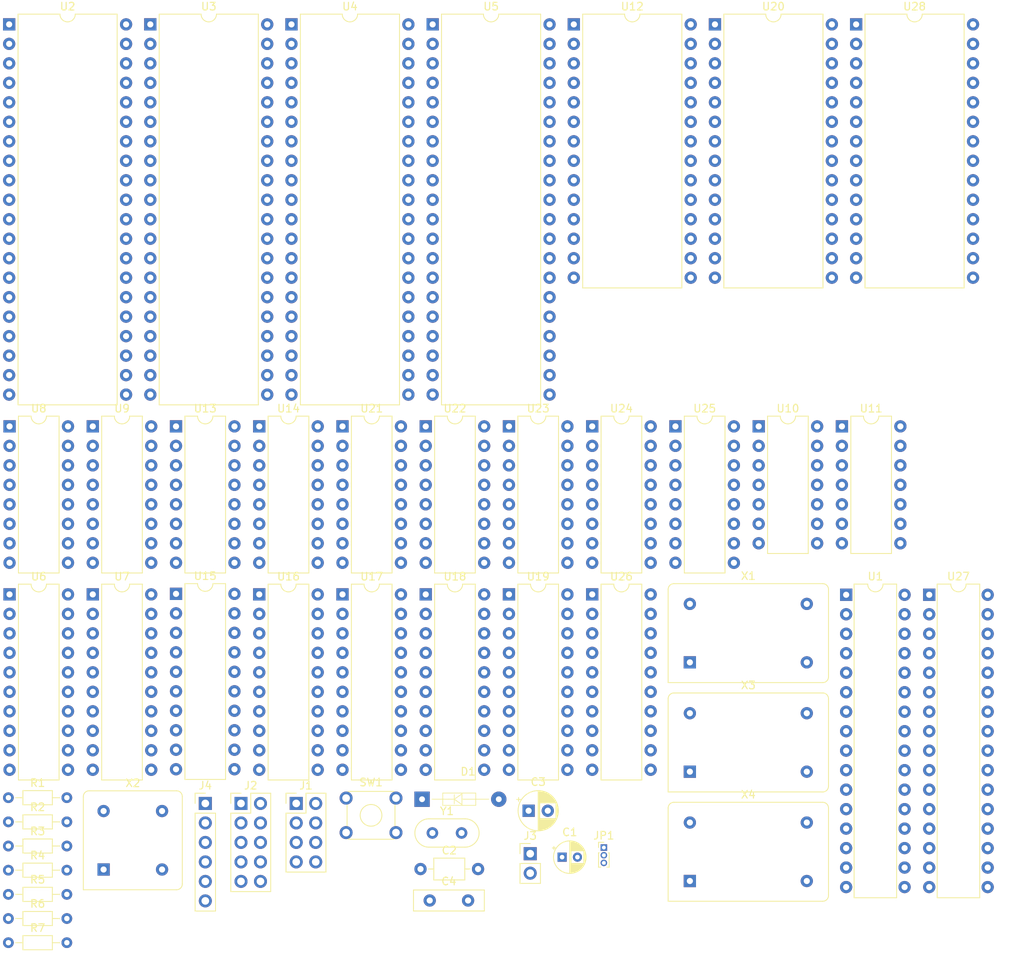
<source format=kicad_pcb>
(kicad_pcb (version 20240108) (generator "pcbnew") (generator_version "8.0")
  (layers (0 "F.Cu" signal) (31 "B.Cu" signal) (34 "B.Paste" user) (35 "F.Paste" user) (36 "B.SilkS" user "B.Silkscreen") (37 "F.SilkS" user "F.Silkscreen") (38 "B.Mask" user) (39 "F.Mask" user) (44 "Edge.Cuts" user))
  (net 0 "")
  (net 1 "GND")
  (net 2 "Net-(SW1-A)")
  (net 3 "Net-(U28-XTAL1)")
  (net 4 "Net-(J3-Pin_1)")
  (net 6 "Net-(U13-OUT)")
  (net 7 "CLOCK")
  (net 9 "Net-(J2-Pin_3)")
  (net 11 "Net-(J2-Pin_5)")
  (net 12 "Net-(J2-Pin_1)")
  (net 13 "Net-(C4-Pad1)")
  (net 14 "Net-(U8-SRCLK)")
  (net 17 "PS2_CLOCK")
  (net 20 "PS2_DATA")
  (net 21 "Net-(JP1-A)")
  (net 22 "Net-(JP1-B)")
  (net 23 "+5V")
  (net 24 "~{IRQ}")
  (net 26 "~{NMI}")
  (net 27 "Net-(U2-BE)")
  (net 28 "~{RAM_CS}")
  (net 30 "/A6")
  (net 31 "/A9")
  (net 32 "~{CPU_ALLOW}")
  (net 33 "/A11")
  (net 34 "~{RAM_OE}")
  (net 35 "~{OE_DATA}")
  (net 36 "/A5")
  (net 38 "/A8")
  (net 39 "/A12")
  (net 41 "/A13")
  (net 42 "/A7")
  (net 43 "/A2")
  (net 44 "~{WE_VRAM}")
  (net 47 "R{slash}~{W}")
  (net 48 "~{OE_VGA}")
  (net 50 "/A3")
  (net 54 "~{VRAM_OE}")
  (net 56 "/A0")
  (net 59 "/A10")
  (net 60 "/A1")
  (net 66 "/A4")
  (net 70 "/A14")
  (net 72 "/D3")
  (net 74 "/D4")
  (net 75 "/D0")
  (net 76 "/A15")
  (net 77 "~{RESET}")
  (net 79 "~{IO_CS}")
  (net 81 "/PS2_D6")
  (net 82 "Net-(U13-D5)")
  (net 83 "/PS2_D3")
  (net 84 "Net-(U13-D1)")
  (net 85 "Net-(U13-D0)")
  (net 86 "/PS2_D5")
  (net 87 "Net-(U13-D7)")
  (net 89 "/PS2_D0")
  (net 90 "Net-(U13-D6)")
  (net 91 "Net-(U13-D4)")
  (net 92 "Net-(U13-D3)")
  (net 93 "/PS2_D4")
  (net 94 "Net-(U13-D2)")
  (net 95 "Net-(U13-~{WE})")
  (net 96 "~{EEPROM_CS}")
  (net 97 "Net-(U11-Pad6)")
  (net 98 "/PS2_D2")
  (net 99 "Net-(U11-Pad11)")
  (net 100 "/PS2_D7")
  (net 101 "PS2_INT")
  (net 102 "Net-(U11-Pad10)")
  (net 103 "Net-(U11-Pad4)")
  (net 104 "Net-(U11-Pad2)")
  (net 105 "Net-(U13-CLK)")
  (net 109 "/PS2_D1")
  (net 114 "Net-(U28-XTAL2)")
  (net 167 "/D5")
  (net 169 "/D2")
  (net 171 "/D6")
  (net 172 "/D7")
  (net 173 "/D1")
  (net 178 "Net-(U8-QH')")
  (net 179 "Net-(U10-Pad10)")
  (net 180 "Net-(U10-Pad6)")
  (net 181 "Net-(U10-Pad11)")
  (net 183 "Net-(J2-Pin_9)")
  (net 184 "Net-(J2-Pin_7)")
  (footprint "Package_DIP:DIP-16_W7.62mm" (layer "F.Cu") (at 119.95 74.85)
    (property "Reference" "U25" (at 3.81 -2.33 0) (layer "F.SilkS"))
    (property "Value" "74AHC163")
    (pad "1" thru_hole rect (at 0 0) (size 1.6 1.6) (drill 0.8) (layers "*.Cu" "*.Mask"))
    (pad "2" thru_hole oval (at 0 2.54) (size 1.6 1.6) (drill 0.8) (layers "*.Cu" "*.Mask"))
    (pad "3" thru_hole oval (at 0 5.08) (size 1.6 1.6) (drill 0.8) (layers "*.Cu" "*.Mask"))
    (pad "4" thru_hole oval (at 0 7.62) (size 1.6 1.6) (drill 0.8) (layers "*.Cu" "*.Mask"))
    (pad "5" thru_hole oval (at 0 10.16) (size 1.6 1.6) (drill 0.8) (layers "*.Cu" "*.Mask"))
    (pad "6" thru_hole oval (at 0 12.7) (size 1.6 1.6) (drill 0.8) (layers "*.Cu" "*.Mask"))
    (pad "7" thru_hole oval (at 0 15.24) (size 1.6 1.6) (drill 0.8) (layers "*.Cu" "*.Mask"))
    (pad "8" thru_hole oval (at 0 17.78) (size 1.6 1.6) (drill 0.8) (layers "*.Cu" "*.Mask") (net 1 "GND"))
    (pad "9" thru_hole oval (at 7.62 17.78) (size 1.6 1.6) (drill 0.8) (layers "*.Cu" "*.Mask"))
    (pad "10" thru_hole oval (at 7.62 15.24) (size 1.6 1.6) (drill 0.8) (layers "*.Cu" "*.Mask"))
    (pad "11" thru_hole oval (at 7.62 12.7) (size 1.6 1.6) (drill 0.8) (layers "*.Cu" "*.Mask"))
    (pad "12" thru_hole oval (at 7.62 10.16) (size 1.6 1.6) (drill 0.8) (layers "*.Cu" "*.Mask"))
    (pad "13" thru_hole oval (at 7.62 7.62) (size 1.6 1.6) (drill 0.8) (layers "*.Cu" "*.Mask"))
    (pad "14" thru_hole oval (at 7.62 5.08) (size 1.6 1.6) (drill 0.8) (layers "*.Cu" "*.Mask"))
    (pad "15" thru_hole oval (at 7.62 2.54) (size 1.6 1.6) (drill 0.8) (layers "*.Cu" "*.Mask"))
    (pad "16" thru_hole oval (at 7.62 0) (size 1.6 1.6) (drill 0.8) (layers "*.Cu" "*.Mask") (net 23 "+5V"))
  )
  (footprint "Package_DIP:DIP-32_W7.62mm" (layer "F.Cu") (at 142.2 96.8)
    (property "Reference" "U1" (at 3.81 -2.39 0) (layer "F.SilkS"))
    (property "Value" "W24512AK-15 (System RAM)")
    (pad "1" thru_hole rect (at 0 0) (size 1.6 1.6) (drill 0.8) (layers "*.Cu" "*.Mask"))
    (pad "2" thru_hole oval (at 0 2.54) (size 1.6 1.6) (drill 0.8) (layers "*.Cu" "*.Mask"))
    (pad "3" thru_hole oval (at 0 5.08) (size 1.6 1.6) (drill 0.8) (layers "*.Cu" "*.Mask") (net 70 "/A14"))
    (pad "4" thru_hole oval (at 0 7.62) (size 1.6 1.6) (drill 0.8) (layers "*.Cu" "*.Mask") (net 39 "/A12"))
    (pad "5" thru_hole oval (at 0 10.16) (size 1.6 1.6) (drill 0.8) (layers "*.Cu" "*.Mask") (net 42 "/A7"))
    (pad "6" thru_hole oval (at 0 12.7) (size 1.6 1.6) (drill 0.8) (layers "*.Cu" "*.Mask") (net 30 "/A6"))
    (pad "7" thru_hole oval (at 0 15.24) (size 1.6 1.6) (drill 0.8) (layers "*.Cu" "*.Mask") (net 36 "/A5"))
    (pad "8" thru_hole oval (at 0 17.78) (size 1.6 1.6) (drill 0.8) (layers "*.Cu" "*.Mask") (net 66 "/A4"))
    (pad "9" thru_hole oval (at 0 20.32) (size 1.6 1.6) (drill 0.8) (layers "*.Cu" "*.Mask") (net 50 "/A3"))
    (pad "10" thru_hole oval (at 0 22.86) (size 1.6 1.6) (drill 0.8) (layers "*.Cu" "*.Mask") (net 43 "/A2"))
    (pad "11" thru_hole oval (at 0 25.4) (size 1.6 1.6) (drill 0.8) (layers "*.Cu" "*.Mask") (net 60 "/A1"))
    (pad "12" thru_hole oval (at 0 27.94) (size 1.6 1.6) (drill 0.8) (layers "*.Cu" "*.Mask") (net 56 "/A0"))
    (pad "13" thru_hole oval (at 0 30.48) (size 1.6 1.6) (drill 0.8) (layers "*.Cu" "*.Mask") (net 75 "/D0"))
    (pad "14" thru_hole oval (at 0 33.02) (size 1.6 1.6) (drill 0.8) (layers "*.Cu" "*.Mask") (net 173 "/D1"))
    (pad "15" thru_hole oval (at 0 35.56) (size 1.6 1.6) (drill 0.8) (layers "*.Cu" "*.Mask") (net 169 "/D2"))
    (pad "16" thru_hole oval (at 0 38.1) (size 1.6 1.6) (drill 0.8) (layers "*.Cu" "*.Mask") (net 1 "GND"))
    (pad "17" thru_hole oval (at 7.62 38.1) (size 1.6 1.6) (drill 0.8) (layers "*.Cu" "*.Mask") (net 72 "/D3"))
    (pad "18" thru_hole oval (at 7.62 35.56) (size 1.6 1.6) (drill 0.8) (layers "*.Cu" "*.Mask") (net 74 "/D4"))
    (pad "19" thru_hole oval (at 7.62 33.02) (size 1.6 1.6) (drill 0.8) (layers "*.Cu" "*.Mask") (net 167 "/D5"))
    (pad "20" thru_hole oval (at 7.62 30.48) (size 1.6 1.6) (drill 0.8) (layers "*.Cu" "*.Mask") (net 171 "/D6"))
    (pad "21" thru_hole oval (at 7.62 27.94) (size 1.6 1.6) (drill 0.8) (layers "*.Cu" "*.Mask") (net 172 "/D7"))
    (pad "22" thru_hole oval (at 7.62 25.4) (size 1.6 1.6) (drill 0.8) (layers "*.Cu" "*.Mask") (net 28 "~{RAM_CS}"))
    (pad "23" thru_hole oval (at 7.62 22.86) (size 1.6 1.6) (drill 0.8) (layers "*.Cu" "*.Mask") (net 59 "/A10"))
    (pad "24" thru_hole oval (at 7.62 20.32) (size 1.6 1.6) (drill 0.8) (layers "*.Cu" "*.Mask") (net 34 "~{RAM_OE}"))
    (pad "25" thru_hole oval (at 7.62 17.78) (size 1.6 1.6) (drill 0.8) (layers "*.Cu" "*.Mask") (net 33 "/A11"))
    (pad "26" thru_hole oval (at 7.62 15.24) (size 1.6 1.6) (drill 0.8) (layers "*.Cu" "*.Mask") (net 31 "/A9"))
    (pad "27" thru_hole oval (at 7.62 12.7) (size 1.6 1.6) (drill 0.8) (layers "*.Cu" "*.Mask") (net 38 "/A8"))
    (pad "28" thru_hole oval (at 7.62 10.16) (size 1.6 1.6) (drill 0.8) (layers "*.Cu" "*.Mask") (net 41 "/A13"))
    (pad "29" thru_hole oval (at 7.62 7.62) (size 1.6 1.6) (drill 0.8) (layers "*.Cu" "*.Mask") (net 47 "R{slash}~{W}"))
    (pad "30" thru_hole oval (at 7.62 5.08) (size 1.6 1.6) (drill 0.8) (layers "*.Cu" "*.Mask") (net 23 "+5V"))
    (pad "31" thru_hole oval (at 7.62 2.54) (size 1.6 1.6) (drill 0.8) (layers "*.Cu" "*.Mask") (net 23 "+5V"))
    (pad "32" thru_hole oval (at 7.62 0) (size 1.6 1.6) (drill 0.8) (layers "*.Cu" "*.Mask") (net 23 "+5V"))
  )
  (footprint "Package_DIP:DIP-40_W15.24mm" (layer "F.Cu") (at 51.5 22.45)
    (property "Reference" "U3" (at 7.62 -2.33 0) (layer "F.SilkS"))
    (property "Value" "W65C22SxP")
    (pad "1" thru_hole rect (at 0 0) (size 1.6 1.6) (drill 0.8) (layers "*.Cu" "*.Mask") (net 1 "GND"))
    (pad "2" thru_hole oval (at 0 2.54) (size 1.6 1.6) (drill 0.8) (layers "*.Cu" "*.Mask"))
    (pad "3" thru_hole oval (at 0 5.08) (size 1.6 1.6) (drill 0.8) (layers "*.Cu" "*.Mask"))
    (pad "4" thru_hole oval (at 0 7.62) (size 1.6 1.6) (drill 0.8) (layers "*.Cu" "*.Mask"))
    (pad "5" thru_hole oval (at 0 10.16) (size 1.6 1.6) (drill 0.8) (layers "*.Cu" "*.Mask"))
    (pad "6" thru_hole oval (at 0 12.7) (size 1.6 1.6) (drill 0.8) (layers "*.Cu" "*.Mask"))
    (pad "7" thru_hole oval (at 0 15.24) (size 1.6 1.6) (drill 0.8) (layers "*.Cu" "*.Mask"))
    (pad "8" thru_hole oval (at 0 17.78) (size 1.6 1.6) (drill 0.8) (layers "*.Cu" "*.Mask"))
    (pad "9" thru_hole oval (at 0 20.32) (size 1.6 1.6) (drill 0.8) (layers "*.Cu" "*.Mask"))
    (pad "10" thru_hole oval (at 0 22.86) (size 1.6 1.6) (drill 0.8) (layers "*.Cu" "*.Mask"))
    (pad "11" thru_hole oval (at 0 25.4) (size 1.6 1.6) (drill 0.8) (layers "*.Cu" "*.Mask"))
    (pad "12" thru_hole oval (at 0 27.94) (size 1.6 1.6) (drill 0.8) (layers "*.Cu" "*.Mask"))
    (pad "13" thru_hole oval (at 0 30.48) (size 1.6 1.6) (drill 0.8) (layers "*.Cu" "*.Mask"))
    (pad "14" thru_hole oval (at 0 33.02) (size 1.6 1.6) (drill 0.8) (layers "*.Cu" "*.Mask"))
    (pad "15" thru_hole oval (at 0 35.56) (size 1.6 1.6) (drill 0.8) (layers "*.Cu" "*.Mask"))
    (pad "16" thru_hole oval (at 0 38.1) (size 1.6 1.6) (drill 0.8) (layers "*.Cu" "*.Mask"))
    (pad "17" thru_hole oval (at 0 40.64) (size 1.6 1.6) (drill 0.8) (layers "*.Cu" "*.Mask"))
    (pad "18" thru_hole oval (at 0 43.18) (size 1.6 1.6) (drill 0.8) (layers "*.Cu" "*.Mask"))
    (pad "19" thru_hole oval (at 0 45.72) (size 1.6 1.6) (drill 0.8) (layers "*.Cu" "*.Mask"))
    (pad "20" thru_hole oval (at 0 48.26) (size 1.6 1.6) (drill 0.8) (layers "*.Cu" "*.Mask") (net 23 "+5V"))
    (pad "21" thru_hole oval (at 15.24 48.26) (size 1.6 1.6) (drill 0.8) (layers "*.Cu" "*.Mask") (net 24 "~{IRQ}"))
    (pad "22" thru_hole oval (at 15.24 45.72) (size 1.6 1.6) (drill 0.8) (layers "*.Cu" "*.Mask") (net 47 "R{slash}~{W}"))
    (pad "23" thru_hole oval (at 15.24 43.18) (size 1.6 1.6) (drill 0.8) (layers "*.Cu" "*.Mask") (net 79 "~{IO_CS}"))
    (pad "24" thru_hole oval (at 15.24 40.64) (size 1.6 1.6) (drill 0.8) (layers "*.Cu" "*.Mask") (net 33 "/A11"))
    (pad "25" thru_hole oval (at 15.24 38.1) (size 1.6 1.6) (drill 0.8) (layers "*.Cu" "*.Mask") (net 7 "CLOCK"))
    (pad "26" thru_hole oval (at 15.24 35.56) (size 1.6 1.6) (drill 0.8) (layers "*.Cu" "*.Mask") (net 172 "/D7"))
    (pad "27" thru_hole oval (at 15.24 33.02) (size 1.6 1.6) (drill 0.8) (layers "*.Cu" "*.Mask") (net 171 "/D6"))
    (pad "28" thru_hole oval (at 15.24 30.48) (size 1.6 1.6) (drill 0.8) (layers "*.Cu" "*.Mask") (net 167 "/D5"))
    (pad "29" thru_hole oval (at 15.24 27.94) (size 1.6 1.6) (drill 0.8) (layers "*.Cu" "*.Mask") (net 74 "/D4"))
    (pad "30" thru_hole oval (at 15.24 25.4) (size 1.6 1.6) (drill 0.8) (layers "*.Cu" "*.Mask") (net 72 "/D3"))
    (pad "31" thru_hole oval (at 15.24 22.86) (size 1.6 1.6) (drill 0.8) (layers "*.Cu" "*.Mask") (net 169 "/D2"))
    (pad "32" thru_hole oval (at 15.24 20.32) (size 1.6 1.6) (drill 0.8) (layers "*.Cu" "*.Mask") (net 173 "/D1"))
    (pad "33" thru_hole oval (at 15.24 17.78) (size 1.6 1.6) (drill 0.8) (layers "*.Cu" "*.Mask") (net 75 "/D0"))
    (pad "34" thru_hole oval (at 15.24 15.24) (size 1.6 1.6) (drill 0.8) (layers "*.Cu" "*.Mask") (net 77 "~{RESET}"))
    (pad "35" thru_hole oval (at 15.24 12.7) (size 1.6 1.6) (drill 0.8) (layers "*.Cu" "*.Mask") (net 50 "/A3"))
    (pad "36" thru_hole oval (at 15.24 10.16) (size 1.6 1.6) (drill 0.8) (layers "*.Cu" "*.Mask") (net 43 "/A2"))
    (pad "37" thru_hole oval (at 15.24 7.62) (size 1.6 1.6) (drill 0.8) (layers "*.Cu" "*.Mask") (net 60 "/A1"))
    (pad "38" thru_hole oval (at 15.24 5.08) (size 1.6 1.6) (drill 0.8) (layers "*.Cu" "*.Mask") (net 56 "/A0"))
    (pad "39" thru_hole oval (at 15.24 2.54) (size 1.6 1.6) (drill 0.8) (layers "*.Cu" "*.Mask"))
    (pad "40" thru_hole oval (at 15.24 0) (size 1.6 1.6) (drill 0.8) (layers "*.Cu" "*.Mask"))
  )
  (footprint "Connector_PinHeader_2.54mm:PinHeader_1x02_P2.54mm_Vertical" (layer "F.Cu") (at 101.02 130.55)
    (property "Reference" "J3" (at 0 -2.33 0) (layer "F.SilkS"))
    (property "Value" "Audio out")
    (pad "1" thru_hole rect (at 0 0) (size 1.7 1.7) (drill 1) (layers "*.Cu" "*.Mask") (net 4 "Net-(J3-Pin_1)"))
    (pad "2" thru_hole oval (at 0 2.54) (size 1.7 1.7) (drill 1) (layers "*.Cu" "*.Mask") (net 1 "GND"))
  )
  (footprint "Package_DIP:DIP-14_W7.62mm" (layer "F.Cu") (at 141.65 74.85)
    (property "Reference" "U11" (at 3.81 -2.33 0) (layer "F.SilkS"))
    (property "Value" "74AHC14")
    (pad "1" thru_hole rect (at 0 0) (size 1.6 1.6) (drill 0.8) (layers "*.Cu" "*.Mask") (net 2 "Net-(SW1-A)"))
    (pad "2" thru_hole oval (at 0 2.54) (size 1.6 1.6) (drill 0.8) (layers "*.Cu" "*.Mask") (net 104 "Net-(U11-Pad2)"))
    (pad "3" thru_hole oval (at 0 5.08) (size 1.6 1.6) (drill 0.8) (layers "*.Cu" "*.Mask") (net 104 "Net-(U11-Pad2)"))
    (pad "4" thru_hole oval (at 0 7.62) (size 1.6 1.6) (drill 0.8) (layers "*.Cu" "*.Mask") (net 103 "Net-(U11-Pad4)"))
    (pad "5" thru_hole oval (at 0 10.16) (size 1.6 1.6) (drill 0.8) (layers "*.Cu" "*.Mask") (net 103 "Net-(U11-Pad4)"))
    (pad "6" thru_hole oval (at 0 12.7) (size 1.6 1.6) (drill 0.8) (layers "*.Cu" "*.Mask") (net 97 "Net-(U11-Pad6)"))
    (pad "7" thru_hole oval (at 0 15.24) (size 1.6 1.6) (drill 0.8) (layers "*.Cu" "*.Mask") (net 1 "GND"))
    (pad "8" thru_hole oval (at 7.62 15.24) (size 1.6 1.6) (drill 0.8) (layers "*.Cu" "*.Mask") (net 99 "Net-(U11-Pad11)"))
    (pad "9" thru_hole oval (at 7.62 12.7) (size 1.6 1.6) (drill 0.8) (layers "*.Cu" "*.Mask") (net 97 "Net-(U11-Pad6)"))
    (pad "10" thru_hole oval (at 7.62 10.16) (size 1.6 1.6) (drill 0.8) (layers "*.Cu" "*.Mask") (net 102 "Net-(U11-Pad10)"))
    (pad "11" thru_hole oval (at 7.62 7.62) (size 1.6 1.6) (drill 0.8) (layers "*.Cu" "*.Mask") (net 99 "Net-(U11-Pad11)"))
    (pad "12" thru_hole oval (at 7.62 5.08) (size 1.6 1.6) (drill 0.8) (layers "*.Cu" "*.Mask") (net 77 "~{RESET}"))
    (pad "13" thru_hole oval (at 7.62 2.54) (size 1.6 1.6) (drill 0.8) (layers "*.Cu" "*.Mask") (net 102 "Net-(U11-Pad10)"))
    (pad "14" thru_hole oval (at 7.62 0) (size 1.6 1.6) (drill 0.8) (layers "*.Cu" "*.Mask") (net 23 "+5V"))
  )
  (footprint "Oscillator:Oscillator_DIP-14" (layer "F.Cu") (at 121.83 105.61)
    (property "Reference" "X1" (at 7.62 -11.26 0) (layer "F.SilkS"))
    (property "Value" "Sound clock")
    (pad "1" thru_hole rect (at 0 0) (size 1.6 1.6) (drill 0.8) (layers "*.Cu" "*.Mask"))
    (pad "7" thru_hole circle (at 15.24 0) (size 1.6 1.6) (drill 0.8) (layers "*.Cu" "*.Mask") (net 1 "GND"))
    (pad "8" thru_hole circle (at 15.24 -7.62) (size 1.6 1.6) (drill 0.8) (layers "*.Cu" "*.Mask") (net 105 "Net-(U13-CLK)"))
    (pad "14" thru_hole circle (at 0 -7.62) (size 1.6 1.6) (drill 0.8) (layers "*.Cu" "*.Mask") (net 23 "+5V"))
  )
  (footprint "Connector_PinHeader_2.54mm:PinHeader_1x06_P2.54mm_Vertical" (layer "F.Cu") (at 58.67 124)
    (property "Reference" "J4" (at 0 -2.33 0) (layer "F.SilkS"))
    (property "Value" "PS/2 Keyboard")
    (pad "1" thru_hole rect (at 0 0) (size 1.7 1.7) (drill 1) (layers "*.Cu" "*.Mask") (net 20 "PS2_DATA"))
    (pad "2" thru_hole oval (at 0 2.54) (size 1.7 1.7) (drill 1) (layers "*.Cu" "*.Mask"))
    (pad "3" thru_hole oval (at 0 5.08) (size 1.7 1.7) (drill 1) (layers "*.Cu" "*.Mask") (net 1 "GND"))
    (pad "4" thru_hole oval (at 0 7.62) (size 1.7 1.7) (drill 1) (layers "*.Cu" "*.Mask") (net 23 "+5V"))
    (pad "5" thru_hole oval (at 0 10.16) (size 1.7 1.7) (drill 1) (layers "*.Cu" "*.Mask") (net 17 "PS2_CLOCK"))
    (pad "6" thru_hole oval (at 0 12.7) (size 1.7 1.7) (drill 1) (layers "*.Cu" "*.Mask"))
  )
  (footprint "Capacitor_THT:CP_Radial_D5.0mm_P2.50mm" (layer "F.Cu") (at 100.809775 124.95)
    (property "Reference" "C3" (at 1.25 -3.75 0) (layer "F.SilkS"))
    (property "Value" "470u")
    (pad "1" thru_hole rect (at 0 0) (size 1.6 1.6) (drill 0.8) (layers "*.Cu" "*.Mask") (net 6 "Net-(U13-OUT)"))
    (pad "2" thru_hole circle (at 2.5 0) (size 1.6 1.6) (drill 0.8) (layers "*.Cu" "*.Mask") (net 4 "Net-(J3-Pin_1)"))
  )
  (footprint "Capacitor_THT:CP_Radial_D4.0mm_P2.00mm" (layer "F.Cu") (at 105.174801 131)
    (property "Reference" "C1" (at 1 -3.25 0) (layer "F.SilkS"))
    (property "Value" "33u")
    (pad "1" thru_hole rect (at 0 0) (size 1.2 1.2) (drill 0.6) (layers "*.Cu" "*.Mask") (net 2 "Net-(SW1-A)"))
    (pad "2" thru_hole circle (at 2 0) (size 1.2 1.2) (drill 0.6) (layers "*.Cu" "*.Mask") (net 1 "GND"))
  )
  (footprint "Package_DIP:DIP-20_W7.62mm" (layer "F.Cu") (at 87.4 96.75)
    (property "Reference" "U18" (at 3.81 -2.33 0) (layer "F.SilkS"))
    (property "Value" "74HC245")
    (pad "1" thru_hole rect (at 0 0) (size 1.6 1.6) (drill 0.8) (layers "*.Cu" "*.Mask"))
    (pad "2" thru_hole oval (at 0 2.54) (size 1.6 1.6) (drill 0.8) (layers "*.Cu" "*.Mask"))
    (pad "3" thru_hole oval (at 0 5.08) (size 1.6 1.6) (drill 0.8) (layers "*.Cu" "*.Mask"))
    (pad "4" thru_hole oval (at 0 7.62) (size 1.6 1.6) (drill 0.8) (layers "*.Cu" "*.Mask"))
    (pad "5" thru_hole oval (at 0 10.16) (size 1.6 1.6) (drill 0.8) (layers "*.Cu" "*.Mask"))
    (pad "6" thru_hole oval (at 0 12.7) (size 1.6 1.6) (drill 0.8) (layers "*.Cu" "*.Mask"))
    (pad "7" thru_hole oval (at 0 15.24) (size 1.6 1.6) (drill 0.8) (layers "*.Cu" "*.Mask"))
    (pad "8" thru_hole oval (at 0 17.78) (size 1.6 1.6) (drill 0.8) (layers "*.Cu" "*.Mask"))
    (pad "9" thru_hole oval (at 0 20.32) (size 1.6 1.6) (drill 0.8) (layers "*.Cu" "*.Mask"))
    (pad "10" thru_hole oval (at 0 22.86) (size 1.6 1.6) (drill 0.8) (layers "*.Cu" "*.Mask") (net 1 "GND"))
    (pad "11" thru_hole oval (at 7.62 22.86) (size 1.6 1.6) (drill 0.8) (layers "*.Cu" "*.Mask"))
    (pad "12" thru_hole oval (at 7.62 20.32) (size 1.6 1.6) (drill 0.8) (layers "*.Cu" "*.Mask"))
    (pad "13" thru_hole oval (at 7.62 17.78) (size 1.6 1.6) (drill 0.8) (layers "*.Cu" "*.Mask"))
    (pad "14" thru_hole oval (at 7.62 15.24) (size 1.6 1.6) (drill 0.8) (layers "*.Cu" "*.Mask"))
    (pad "15" thru_hole oval (at 7.62 12.7) (size 1.6 1.6) (drill 0.8) (layers "*.Cu" "*.Mask"))
    (pad "16" thru_hole oval (at 7.62 10.16) (size 1.6 1.6) (drill 0.8) (layers "*.Cu" "*.Mask"))
    (pad "17" thru_hole oval (at 7.62 7.62) (size 1.6 1.6) (drill 0.8) (layers "*.Cu" "*.Mask"))
    (pad "18" thru_hole oval (at 7.62 5.08) (size 1.6 1.6) (drill 0.8) (layers "*.Cu" "*.Mask"))
    (pad "19" thru_hole oval (at 7.62 2.54) (size 1.6 1.6) (drill 0.8) (layers "*.Cu" "*.Mask"))
    (pad "20" thru_hole oval (at 7.62 0) (size 1.6 1.6) (drill 0.8) (layers "*.Cu" "*.Mask"))
  )
  (footprint "Package_DIP:DIP-20_W7.62mm" (layer "F.Cu") (at 54.85 96.68)
    (property "Reference" "U15" (at 3.81 -2.33 0) (layer "F.SilkS"))
    (property "Value" "74HC245")
    (pad "1" thru_hole rect (at 0 0) (size 1.6 1.6) (drill 0.8) (layers "*.Cu" "*.Mask"))
    (pad "2" thru_hole oval (at 0 2.54) (size 1.6 1.6) (drill 0.8) (layers "*.Cu" "*.Mask"))
    (pad "3" thru_hole oval (at 0 5.08) (size 1.6 1.6) (drill 0.8) (layers "*.Cu" "*.Mask"))
    (pad "4" thru_hole oval (at 0 7.62) (size 1.6 1.6) (drill 0.8) (layers "*.Cu" "*.Mask"))
    (pad "5" thru_hole oval (at 0 10.16) (size 1.6 1.6) (drill 0.8) (layers "*.Cu" "*.Mask"))
    (pad "6" thru_hole oval (at 0 12.7) (size 1.6 1.6) (drill 0.8) (layers "*.Cu" "*.Mask"))
    (pad "7" thru_hole oval (at 0 15.24) (size 1.6 1.6) (drill 0.8) (layers "*.Cu" "*.Mask"))
    (pad "8" thru_hole oval (at 0 17.78) (size 1.6 1.6) (drill 0.8) (layers "*.Cu" "*.Mask"))
    (pad "9" thru_hole oval (at 0 20.32) (size 1.6 1.6) (drill 0.8) (layers "*.Cu" "*.Mask"))
    (pad "10" thru_hole oval (at 0 22.86) (size 1.6 1.6) (drill 0.8) (layers "*.Cu" "*.Mask") (net 1 "GND"))
    (pad "11" thru_hole oval (at 7.62 22.86) (size 1.6 1.6) (drill 0.8) (layers "*.Cu" "*.Mask"))
    (pad "12" thru_hole oval (at 7.62 20.32) (size 1.6 1.6) (drill 0.8) (layers "*.Cu" "*.Mask"))
    (pad "13" thru_hole oval (at 7.62 17.78) (size 1.6 1.6) (drill 0.8) (layers "*.Cu" "*.Mask"))
    (pad "14" thru_hole oval (at 7.62 15.24) (size 1.6 1.6) (drill 0.8) (layers "*.Cu" "*.Mask"))
    (pad "15" thru_hole oval (at 7.62 12.7) (size 1.6 1.6) (drill 0.8) (layers "*.Cu" "*.Mask"))
    (pad "16" thru_hole oval (at 7.62 10.16) (size 1.6 1.6) (drill 0.8) (layers "*.Cu" "*.Mask"))
    (pad "17" thru_hole oval (at 7.62 7.62) (size 1.6 1.6) (drill 0.8) (layers "*.Cu" "*.Mask"))
    (pad "18" thru_hole oval (at 7.62 5.08) (size 1.6 1.6) (drill 0.8) (layers "*.Cu" "*.Mask"))
    (pad "19" thru_hole oval (at 7.62 2.54) (size 1.6 1.6) (drill 0.8) (layers "*.Cu" "*.Mask"))
    (pad "20" thru_hole oval (at 7.62 0) (size 1.6 1.6) (drill 0.8) (layers "*.Cu" "*.Mask") (net 23 "+5V"))
  )
  (footprint "Package_DIP:DIP-16_W7.62mm" (layer "F.Cu") (at 65.7 74.85)
    (property "Reference" "U14" (at 3.81 -2.33 0) (layer "F.SilkS"))
    (property "Value" "74AHC163")
    (pad "1" thru_hole rect (at 0 0) (size 1.6 1.6) (drill 0.8) (layers "*.Cu" "*.Mask") (net 23 "+5V"))
    (pad "2" thru_hole oval (at 0 2.54) (size 1.6 1.6) (drill 0.8) (layers "*.Cu" "*.Mask") (net 12 "Net-(J2-Pin_1)"))
    (pad "3" thru_hole oval (at 0 5.08) (size 1.6 1.6) (drill 0.8) (layers "*.Cu" "*.Mask") (net 23 "+5V"))
    (pad "4" thru_hole oval (at 0 7.62) (size 1.6 1.6) (drill 0.8) (layers "*.Cu" "*.Mask") (net 23 "+5V"))
    (pad "5" thru_hole oval (at 0 10.16) (size 1.6 1.6) (drill 0.8) (layers "*.Cu" "*.Mask") (net 23 "+5V"))
    (pad "6" thru_hole oval (at 0 12.7) (size 1.6 1.6) (drill 0.8) (layers "*.Cu" "*.Mask") (net 23 "+5V"))
    (pad "7" thru_hole oval (at 0 15.24) (size 1.6 1.6) (drill 0.8) (layers "*.Cu" "*.Mask") (net 23 "+5V"))
    (pad "8" thru_hole oval (at 0 17.78) (size 1.6 1.6) (drill 0.8) (layers "*.Cu" "*.Mask") (net 1 "GND"))
    (pad "9" thru_hole oval (at 7.62 17.78) (size 1.6 1.6) (drill 0.8) (layers "*.Cu" "*.Mask") (net 23 "+5V"))
    (pad "10" thru_hole oval (at 7.62 15.24) (size 1.6 1.6) (drill 0.8) (layers "*.Cu" "*.Mask") (net 23 "+5V"))
    (pad "11" thru_hole oval (at 7.62 12.7) (size 1.6 1.6) (drill 0.8) (layers "*.Cu" "*.Mask") (net 183 "Net-(J2-Pin_9)"))
    (pad "12" thru_hole oval (at 7.62 10.16) (size 1.6 1.6) (drill 0.8) (layers "*.Cu" "*.Mask") (net 184 "Net-(J2-Pin_7)"))
    (pad "13" thru_hole oval (at 7.62 7.62) (size 1.6 1.6) (drill 0.8) (layers "*.Cu" "*.Mask") (net 11 "Net-(J2-Pin_5)"))
    (pad "14" thru_hole oval (at 7.62 5.08) (size 1.6 1.6) (drill 0.8) (layers "*.Cu" "*.Mask") (net 9 "Net-(J2-Pin_3)"))
    (pad "15" thru_hole oval (at 7.62 2.54) (size 1.6 1.6) (drill 0.8) (layers "*.Cu" "*.Mask"))
    (pad "16" thru_hole oval (at 7.62 0) (size 1.6 1.6) (drill 0.8) (layers "*.Cu" "*.Mask") (net 23 "+5V"))
  )
  (footprint "Resistor_THT:R_Axial_DIN0204_L3.6mm_D1.6mm_P7.62mm_Horizontal" (layer "F.Cu") (at 33 129.55)
    (property "Reference" "R3" (at 3.81 -1.92 0) (layer "F.SilkS"))
    (property "Value" "10k")
    (pad "1" thru_hole circle (at 0 0) (size 1.4 1.4) (drill 0.7) (layers "*.Cu" "*.Mask") (net 23 "+5V"))
    (pad "2" thru_hole oval (at 7.62 0) (size 1.4 1.4) (drill 0.7) (layers "*.Cu" "*.Mask") (net 26 "~{NMI}"))
  )
  (footprint "Oscillator:Oscillator_DIP-14" (layer "F.Cu") (at 121.83 119.86)
    (property "Reference" "X3" (at 7.62 -11.26 0) (layer "F.SilkS"))
    (property "Value" "CPU clock 2")
    (pad "1" thru_hole rect (at 0 0) (size 1.6 1.6) (drill 0.8) (layers "*.Cu" "*.Mask"))
    (pad "7" thru_hole circle (at 15.24 0) (size 1.6 1.6) (drill 0.8) (layers "*.Cu" "*.Mask") (net 1 "GND"))
    (pad "8" thru_hole circle (at 15.24 -7.62) (size 1.6 1.6) (drill 0.8) (layers "*.Cu" "*.Mask") (net 21 "Net-(JP1-A)"))
    (pad "14" thru_hole circle (at 0 -7.62) (size 1.6 1.6) (drill 0.8) (layers "*.Cu" "*.Mask") (net 23 "+5V"))
  )
  (footprint "Package_DIP:DIP-28_W15.24mm" (layer "F.Cu") (at 143.5 22.45)
    (property "Reference" "U28" (at 7.62 -2.33 0) (layer "F.SilkS"))
    (property "Value" "W65C51NxP")
    (pad "1" thru_hole rect (at 0 0) (size 1.6 1.6) (drill 0.8) (layers "*.Cu" "*.Mask") (net 1 "GND"))
    (pad "2" thru_hole oval (at 0 2.54) (size 1.6 1.6) (drill 0.8) (layers "*.Cu" "*.Mask") (net 38 "/A8"))
    (pad "3" thru_hole oval (at 0 5.08) (size 1.6 1.6) (drill 0.8) (layers "*.Cu" "*.Mask") (net 79 "~{IO_CS}"))
    (pad "4" thru_hole oval (at 0 7.62) (size 1.6 1.6) (drill 0.8) (layers "*.Cu" "*.Mask") (net 77 "~{RESET}"))
    (pad "5" thru_hole oval (at 0 10.16) (size 1.6 1.6) (drill 0.8) (layers "*.Cu" "*.Mask"))
    (pad "6" thru_hole oval (at 0 12.7) (size 1.6 1.6) (drill 0.8) (layers "*.Cu" "*.Mask") (net 3 "Net-(U28-XTAL1)"))
    (pad "7" thru_hole oval (at 0 15.24) (size 1.6 1.6) (drill 0.8) (layers "*.Cu" "*.Mask") (net 114 "Net-(U28-XTAL2)"))
    (pad "8" thru_hole oval (at 0 17.78) (size 1.6 1.6) (drill 0.8) (layers "*.Cu" "*.Mask") (net 1 "GND"))
    (pad "9" thru_hole oval (at 0 20.32) (size 1.6 1.6) (drill 0.8) (layers "*.Cu" "*.Mask") (net 1 "GND"))
    (pad "10" thru_hole oval (at 0 22.86) (size 1.6 1.6) (drill 0.8) (layers "*.Cu" "*.Mask"))
    (pad "11" thru_hole oval (at 0 25.4) (size 1.6 1.6) (drill 0.8) (layers "*.Cu" "*.Mask"))
    (pad "12" thru_hole oval (at 0 27.94) (size 1.6 1.6) (drill 0.8) (layers "*.Cu" "*.Mask"))
    (pad "13" thru_hole oval (at 0 30.48) (size 1.6 1.6) (drill 0.8) (layers "*.Cu" "*.Mask") (net 56 "/A0"))
    (pad "14" thru_hole oval (at 0 33.02) (size 1.6 1.6) (drill 0.8) (layers "*.Cu" "*.Mask") (net 60 "/A1"))
    (pad "15" thru_hole oval (at 15.24 33.02) (size 1.6 1.6) (drill 0.8) (layers "*.Cu" "*.Mask") (net 23 "+5V"))
    (pad "16" thru_hole oval (at 15.24 30.48) (size 1.6 1.6) (drill 0.8) (layers "*.Cu" "*.Mask") (net 1 "GND"))
    (pad "17" thru_hole oval (at 15.24 27.94) (size 1.6 1.6) (drill 0.8) (layers "*.Cu" "*.Mask") (net 1 "GND"))
    (pad "18" thru_hole oval (at 15.24 25.4) (size 1.6 1.6) (drill 0.8) (layers "*.Cu" "*.Mask") (net 75 "/D0"))
    (pad "19" thru_hole oval (at 15.24 22.86) (size 1.6 1.6) (drill 0.8) (layers "*.Cu" "*.Mask") (net 173 "/D1"))
    (pad "20" thru_hole oval (at 15.24 20.32) (size 1.6 1.6) (drill 0.8) (layers "*.Cu" "*.Mask") (net 169 "/D2"))
    (pad "21" thru_hole oval (at 15.24 17.78) (size 1.6 1.6) (drill 0.8) (layers "*.Cu" "*.Mask") (net 72 "/D3"))
    (pad "22" thru_hole oval (at 15.24 15.24) (size 1.6 1.6) (drill 0.8) (layers "*.Cu" "*.Mask") (net 74 "/D4"))
    (pad "23" thru_hole oval (at 15.24 12.7) (size 1.6 1.6) (drill 0.8) (layers "*.Cu" "*.Mask") (net 167 "/D5"))
    (pad "24" thru_hole oval (at 15.24 10.16) (size 1.6 1.6) (drill 0.8) (layers "*.Cu" "*.Mask") (net 171 "/D6"))
    (pad "25" thru_hole oval (at 15.24 7.62) (size 1.6 1.6) (drill 0.8) (layers "*.Cu" "*.Mask") (net 172 "/D7"))
    (pad "26" thru_hole oval (at 15.24 5.08) (size 1.6 1.6) (drill 0.8) (layers "*.Cu" "*.Mask") (net 24 "~{IRQ}"))
    (pad "27" thru_hole oval (at 15.24 2.54) (size 1.6 1.6) (drill 0.8) (layers "*.Cu" "*.Mask") (net 7 "CLOCK"))
    (pad "28" thru_hole oval (at 15.24 0) (size 1.6 1.6) (drill 0.8) (layers "*.Cu" "*.Mask") (net 47 "R{slash}~{W}"))
  )
  (footprint "digikey-footprints:Diode_DO-35_P10mm" (layer "F.Cu") (at 86.92 123.45)
    (property "Reference" "D1" (at 6 -3.6 0) (layer "F.SilkS"))
    (property "Value" "1N4148")
    (pad "1" thru_hole rect (at 0 0) (size 2 2) (drill 0.76) (layers "*.Cu" "*.Mask") (net 13 "Net-(C4-Pad1)"))
    (pad "2" thru_hole circle (at 10 0) (size 2 2) (drill 0.76) (layers "*.Cu" "*.Mask") (net 14 "Net-(U8-SRCLK)"))
  )
  (footprint "Package_DIP:DIP-40_W15.24mm" (layer "F.Cu") (at 33.1 22.45)
    (property "Reference" "U2" (at 7.62 -2.33 0) (layer "F.SilkS"))
    (property "Value" "W65C02SxP")
    (pad "1" thru_hole rect (at 0 0) (size 1.6 1.6) (drill 0.8) (layers "*.Cu" "*.Mask"))
    (pad "2" thru_hole oval (at 0 2.54) (size 1.6 1.6) (drill 0.8) (layers "*.Cu" "*.Mask") (net 27 "Net-(U2-BE)"))
    (pad "3" thru_hole oval (at 0 5.08) (size 1.6 1.6) (drill 0.8) (layers "*.Cu" "*.Mask"))
    (pad "4" thru_hole oval (at 0 7.62) (size 1.6 1.6) (drill 0.8) (layers "*.Cu" "*.Mask") (net 24 "~{IRQ}"))
    (pad "5" thru_hole oval (at 0 10.16) (size 1.6 1.6) (drill 0.8) (layers "*.Cu" "*.Mask"))
    (pad "6" thru_hole oval (at 0 12.7) (size 1.6 1.6) (drill 0.8) (layers "*.Cu" "*.Mask") (net 26 "~{NMI}"))
    (pad "7" thru_hole oval (at 0 15.24) (size 1.6 1.6) (drill 0.8) (layers "*.Cu" "*.Mask"))
    (pad "8" thru_hole oval (at 0 17.78) (size 1.6 1.6) (drill 0.8) (layers "*.Cu" "*.Mask") (net 23 "+5V"))
    (pad "9" thru_hole oval (at 0 20.32) (size 1.6 1.6) (drill 0.8) (layers "*.Cu" "*.Mask") (net 56 "/A0"))
    (pad "10" thru_hole oval (at 0 22.86) (size 1.6 1.6) (drill 0.8) (layers "*.Cu" "*.Mask") (net 60 "/A1"))
    (pad "11" thru_hole oval (at 0 25.4) (size 1.6 1.6) (drill 0.8) (layers "*.Cu" "*.Mask") (net 43 "/A2"))
    (pad "12" thru_hole oval (at 0 27.94) (size 1.6 1.6) (drill 0.8) (layers "*.Cu" "*.Mask") (net 50 "/A3"))
    (pad "13" thru_hole oval (at 0 30.48) (size 1.6 1.6) (drill 0.8) (layers "*.Cu" "*.Mask") (net 66 "/A4"))
    (pad "14" thru_hole oval (at 0 33.02) (size 1.6 1.6) (drill 0.8) (layers "*.Cu" "*.Mask") (net 36 "/A5"))
    (pad "15" thru_hole oval (at 0 35.56) (size 1.6 1.6) (drill 0.8) (layers "*.Cu" "*.Mask") (net 30 "/A6"))
    (pad "16" thru_hole oval (at 0 38.1) (size 1.6 1.6) (drill 0.8) (layers "*.Cu" "*.Mask") (net 42 "/A7"))
    (pad "17" thru_hole oval (at 0 40.64) (size 1.6 1.6) (drill 0.8) (layers "*.Cu" "*.Mask") (net 38 "/A8"))
    (pad "18" thru_hole oval (at 0 43.18) (size 1.6 1.6) (drill 0.8) (layers "*.Cu" "*.Mask") (net 31 "/A9"))
    (pad "19" thru_hole oval (at 0 45.72) (size 1.6 1.6) (drill 0.8) (layers "*.Cu" "*.Mask") (net 59 "/A10"))
    (pad "20" thru_hole oval (at 0 48.26) (size 1.6 1.6) (drill 0.8) (layers "*.Cu" "*.Mask") (net 33 "/A11"))
    (pad "21" thru_hole oval (at 15.24 48.26) (size 1.6 1.6) (drill 0.8) (layers "*.Cu" "*.Mask") (net 1 "GND"))
    (pad "22" thru_hole oval (at 15.24 45.72) (size 1.6 1.6) (drill 0.8) (layers "*.Cu" "*.Mask") (net 39 "/A12"))
    (pad "23" thru_hole oval (at 15.24 43.18) (size 1.6 1.6) (drill 0.8) (layers "*.Cu" "*.Mask") (net 41 "/A13"))
    (pad "24" thru_hole oval (at 15.24 40.64) (size 1.6 1.6) (drill 0.8) (layers "*.Cu" "*.Mask") (net 70 "/A14"))
    (pad "25" thru_hole oval (at 15.24 38.1) (size 1.6 1.6) (drill 0.8) (layers "*.Cu" "*.Mask") (net 76 "/A15"))
    (pad "26" thru_hole oval (at 15.24 35.56) (size 1.6 1.6) (drill 0.8) (layers "*.Cu" "*.Mask") (net 172 "/D7"))
    (pad "27" thru_hole oval (at 15.24 33.02) (size 1.6 1.6) (drill 0.8) (layers "*.Cu" "*.Mask") (net 171 "/D6"))
    (pad "28" thru_hole oval (at 15.24 30.48) (size 1.6 1.6) (drill 0.8) (layers "*.Cu" "*.Mask") (net 167 "/D5"))
    (pad "29" thru_hole oval (at 15.24 27.94) (size 1.6 1.6) (drill 0.8) (layers "*.Cu" "*.Mask") (net 74 "/D4"))
    (pad "30" thru_hole oval (at 15.24 25.4) (size 1.6 1.6) (drill 0.8) (layers "*.Cu" "*.Mask") (net 72 "/D3"))
    (pad "31" thru_hole oval (at 15.24 22.86) (size 1.6 1.6) (drill 0.8) (layers "*.Cu" "*.Mask") (net 169 "/D2"))
    (pad "32" thru_hole oval (at 15.24 20.32) (size 1.6 1.6) (drill 0.8) (layers "*.Cu" "*.Mask") (net 173 "/D1"))
    (pad "33" thru_hole oval (at 15.24 17.78) (size 1.6 1.6) (drill 0.8) (layers "*.Cu" "*.Mask") (net 75 "/D0"))
    (pad "34" thru_hole oval (at 15.24 15.24) (size 1.6 1.6) (drill 0.8) (layers "*.Cu" "*.Mask") (net 47 "R{slash}~{W}"))
    (pad "35" thru_hole oval (at 15.24 12.7) (size 1.6 1.6) (drill 0.8) (layers "*.Cu" "*.Mask"))
    (pad "36" thru_hole oval (at 15.24 10.16) (size 1.6 1.6) (drill 0.8) (layers "*.Cu" "*.Mask") (net 27 "Net-(U2-BE)"))
    (pad "37" thru_hole oval (at 15.24 7.62) (size 1.6 1.6) (drill 0.8) (layers "*.Cu" "*.Mask") (net 7 "CLOCK"))
    (pad "38" thru_hole oval (at 15.24 5.08) (size 1.6 1.6) (drill 0.8) (layers "*.Cu" "*.Mask"))
    (pad "39" thru_hole oval (at 15.24 2.54) (size 1.6 1.6) (drill 0.8) (layers "*.Cu" "*.Mask"))
    (pad "40" thru_hole oval (at 15.24 0) (size 1.6 1.6) (drill 0.8) (layers "*.Cu" "*.Mask") (net 77 "~{RESET}"))
  )
  (footprint "Package_DIP:DIP-16_W7.62mm" (layer "F.Cu") (at 44 74.85)
    (property "Reference" "U9" (at 3.81 -2.33 0) (layer "F.SilkS"))
    (property "Value" "74AHC595")
    (pad "1" thru_hole rect (at 0 0) (size 1.6 1.6) (drill 0.8) (layers "*.Cu" "*.Mask") (net 89 "/PS2_D0"))
    (pad "2" thru_hole oval (at 0 2.54) (size 1.6 1.6) (drill 0.8) (layers "*.Cu" "*.Mask"))
    (pad "3" thru_hole oval (at 0 5.08) (size 1.6 1.6) (drill 0.8) (layers "*.Cu" "*.Mask"))
    (pad "4" thru_hole oval (at 0 7.62) (size 1.6 1.6) (drill 0.8) (layers "*.Cu" "*.Mask"))
    (pad "5" thru_hole oval (at 0 10.16) (size 1.6 1.6) (drill 0.8) (layers "*.Cu" "*.Mask"))
    (pad "6" thru_hole oval (at 0 12.7) (size 1.6 1.6) (drill 0.8) (layers "*.Cu" "*.Mask"))
    (pad "7" thru_hole oval (at 0 15.24) (size 1.6 1.6) (drill 0.8) (layers "*.Cu" "*.Mask"))
    (pad "8" thru_hole oval (at 0 17.78) (size 1.6 1.6) (drill 0.8) (layers "*.Cu" "*.Mask") (net 1 "GND"))
    (pad "9" thru_hole oval (at 7.62 17.78) (size 1.6 1.6) (drill 0.8) (layers "*.Cu" "*.Mask"))
    (pad "10" thru_hole oval (at 7.62 15.24) (size 1.6 1.6) (drill 0.8) (layers "*.Cu" "*.Mask") (net 23 "+5V"))
    (pad "11" thru_hole oval (at 7.62 12.7) (size 1.6 1.6) (drill 0.8) (layers "*.Cu" "*.Mask") (net 14 "Net-(U8-SRCLK)"))
    (pad "12" thru_hole oval (at 7.62 10.16) (size 1.6 1.6) (drill 0.8) (layers "*.Cu" "*.Mask") (net 101 "PS2_INT"))
    (pad "13" thru_hole oval (at 7.62 7.62) (size 1.6 1.6) (drill 0.8) (layers "*.Cu" "*.Mask") (net 1 "GND"))
    (pad "14" thru_hole oval (at 7.62 5.08) (size 1.6 1.6) (drill 0.8) (layers "*.Cu" "*.Mask") (net 178 "Net-(U8-QH')"))
    (pad "15" thru_hole oval (at 7.62 2.54) (size 1.6 1.6) (drill 0.8) (layers "*.Cu" "*.Mask") (net 109 "/PS2_D1"))
    (pad "16" thru_hole oval (at 7.62 0) (size 1.6 1.6) (drill 0.8) (layers "*.Cu" "*.Mask") (net 23 "+5V"))
  )
  (footprint "Package_DIP:DIP-16_W7.62mm" (layer "F.Cu") (at 76.55 74.85)
    (property "Reference" "U21" (at 3.81 -2.33 0) (layer "F.SilkS"))
    (property "Value" "74HC590")
    (pad "1" thru_hole rect (at 0 0) (size 1.6 1.6) (drill 0.8) (layers "*.Cu" "*.Mask"))
    (pad "2" thru_hole oval (at 0 2.54) (size 1.6 1.6) (drill 0.8) (layers "*.Cu" "*.Mask"))
    (pad "3" thru_hole oval (at 0 5.08) (size 1.6 1.6) (drill 0.8) (layers "*.Cu" "*.Mask"))
    (pad "4" thru_hole oval (at 0 7.62) (size 1.6 1.6) (drill 0.8) (layers "*.Cu" "*.Mask"))
    (pad "5" thru_hole oval (at 0 10.16) (size 1.6 1.6) (drill 0.8) (layers "*.Cu" "*.Mask"))
    (pad "6" thru_hole oval (at 0 12.7) (size 1.6 1.6) (drill 0.8) (layers "*.Cu" "*.Mask"))
    (pad "7" thru_hole oval (at 0 15.24) (size 1.6 1.6) (drill 0.8) (layers "*.Cu" "*.Mask"))
    (pad "8" thru_hole oval (at 0 17.78) (size 1.6 1.6) (drill 0.8) (layers "*.Cu" "*.Mask") (net 1 "GND"))
    (pad "9" thru_hole oval (at 7.62 17.78) (size 1.6 1.6) (drill 0.8) (layers "*.Cu" "*.Mask"))
    (pad "10" thru_hole oval (at 7.62 15.24) (size 1.6 1.6) (drill 0.8) (layers "*.Cu" "*.Mask"))
    (pad "11" thru_hole oval (at 7.62 12.7) (size 1.6 1.6) (drill 0.8) (layers "*.Cu" "*.Mask"))
    (pad "12" thru_hole oval (at 7.62 10.16) (size 1.6 1.6) (drill 0.8) (layers "*.Cu" "*.Mask"))
    (pad "13" thru_hole oval (at 7.62 7.62) (size 1.6 1.6) (drill 0.8) (layers "*.Cu" "*.Mask"))
    (pad "14" thru_hole oval (at 7.62 5.08) (size 1.6 1.6) (drill 0.8) (layers "*.Cu" "*.Mask"))
    (pad "15" thru_hole oval (at 7.62 2.54) (size 1.6 1.6) (drill 0.8) (layers "*.Cu" "*.Mask"))
    (pad "16" thru_hole oval (at 7.62 0) (size 1.6 1.6) (drill 0.8) (layers "*.Cu" "*.Mask") (net 23 "+5V"))
  )
  (footprint "Package_DIP:DIP-20_W7.62mm" (layer "F.Cu") (at 33.15 96.75)
    (property "Reference" "U6" (at 3.81 -2.33 0) (layer "F.SilkS"))
    (property "Value" "GAL16V8 VGA")
    (pad "1" thru_hole rect (at 0 0) (size 1.6 1.6) (drill 0.8) (layers "*.Cu" "*.Mask") (net 23 "+5V"))
    (pad "2" thru_hole oval (at 0 2.54) (size 1.6 1.6) (drill 0.8) (layers "*.Cu" "*.Mask") (net 79 "~{IO_CS}"))
    (pad "3" thru_hole oval (at 0 5.08) (size 1.6 1.6) (drill 0.8) (layers "*.Cu" "*.Mask") (net 66 "/A4"))
    (pad "4" thru_hole oval (at 0 7.62) (size 1.6 1.6) (drill 0.8) (layers "*.Cu" "*.Mask") (net 47 "R{slash}~{W}"))
    (pad "5" thru_hole oval (at 0 10.16) (size 1.6 1.6) (drill 0.8) (layers "*.Cu" "*.Mask") (net 7 "CLOCK"))
    (pad "6" thru_hole oval (at 0 12.7) (size 1.6 1.6) (drill 0.8) (layers "*.Cu" "*.Mask") (net 1 "GND"))
    (pad "7" thru_hole oval (at 0 15.24) (size 1.6 1.6) (drill 0.8) (layers "*.Cu" "*.Mask") (net 1 "GND"))
    (pad "8" thru_hole oval (at 0 17.78) (size 1.6 1.6) (drill 0.8) (layers "*.Cu" "*.Mask") (net 1 "GND"))
    (pad "9" thru_hole oval (at 0 20.32) (size 1.6 1.6) (drill 0.8) (layers "*.Cu" "*.Mask") (net 1 "GND"))
    (pad "10" thru_hole oval (at 0 22.86) (size 1.6 1.6) (drill 0.8) (layers "*.Cu" "*.Mask") (net 1 "GND"))
    (pad "11" thru_hole oval (at 7.62 22.86) (size 1.6 1.6) (drill 0.8) (layers "*.Cu" "*.Mask") (net 1 "GND"))
    (pad "12" thru_hole oval (at 7.62 20.32) (size 1.6 1.6) (drill 0.8) (layers "*.Cu" "*.Mask") (net 54 "~{VRAM_OE}"))
    (pad "13" thru_hole oval (at 7.62 17.78) (size 1.6 1.6) (drill 0.8) (layers "*.Cu" "*.Mask"))
    (pad "14" thru_hole oval (at 7.62 15.24) (size 1.6 1.6) (drill 0.8) (layers "*.Cu" "*.Mask"))
    (pad "15" thru_hole oval (at 7.62 12.7) (size 1.6 1.6) (drill 0.8) (layers "*.Cu" "*.Mask"))
    (pad "16" thru_hole oval (at 7.62 10.16) (size 1.6 1.6) (drill 0.8) (layers "*.Cu" "*.Mask") (net 32 "~{CPU_ALLOW}"))
    (pad "17" thru_hole oval (at 7.62 7.62) (size 1.6 1.6) (drill 0.8) (layers "*.Cu" "*.Mask") (net 44 "~{WE_VRAM}"))
    (pad "18" thru_hole oval (at 7.62 5.08) (size 1.6 1.6) (drill 0.8) (layers "*.Cu" "*.Mask") (net 35 "~{OE_DATA}"))
    (pad "19" thru_hole oval (at 7.62 2.54) (size 1.6 1.6) (drill 0.8) (layers "*.Cu" "*.Mask") (net 48 "~{OE_VGA}"))
    (pad "20" thru_hole oval (at 7.62 0) (size 1.6 1.6) (drill 0.8) (layers "*.Cu" "*.Mask") (net 23 "+5V"))
  )
  (footprint "button-master:SW_TH_Tactile_Omron_B3F-10xx" (layer "F.Cu") (at 77.02 123.3)
    (property "Reference" "SW1" (at 3.25 -2.05 0) (layer "F.SilkS"))
    (property "Value" "RESET")
    (pad "1" thru_hole circle (at 0 0) (size 1.7 1.7) (drill 1) (layers "*.Cu" "*.Mask") (net 1 "GND"))
    (pad "2" thru_hole circle (at 6.5 0) (size 1.7 1.7) (drill 1) (layers "*.Cu" "*.Mask") (net 1 "GND"))
    (pad "3" thru_hole circle (at 0 4.5) (size 1.7 1.7) (drill 1) (layers "*.Cu" "*.Mask") (net 2 "Net-(SW1-A)"))
    (pad "4" thru_hole circle (at 6.5 4.5) (size 1.7 1.7) (drill 1) (layers "*.Cu" "*.Mask") (net 2 "Net-(SW1-A)"))
  )
  (footprint "Package_DIP:DIP-32_W7.62mm" (layer "F.Cu") (at 153.03 96.8)
    (property "Reference" "U27" (at 3.81 -2.39 0) (layer "F.SilkS"))
    (property "Value" "W24512AK-15 (VRAM)")
    (pad "1" thru_hole rect (at 0 0) (size 1.6 1.6) (drill 0.8) (layers "*.Cu" "*.Mask"))
    (pad "2" thru_hole oval (at 0 2.54) (size 1.6 1.6) (drill 0.8) (layers "*.Cu" "*.Mask"))
    (pad "3" thru_hole oval (at 0 5.08) (size 1.6 1.6) (drill 0.8) (layers "*.Cu" "*.Mask"))
    (pad "4" thru_hole oval (at 0 7.62) (size 1.6 1.6) (drill 0.8) (layers "*.Cu" "*.Mask"))
    (pad "5" thru_hole oval (at 0 10.16) (size 1.6 1.6) (drill 0.8) (layers "*.Cu" "*.Mask"))
    (pad "6" thru_hole oval (at 0 12.7) (size 1.6 1.6) (drill 0.8) (layers "*.Cu" "*.Mask"))
    (pad "7" thru_hole oval (at 0 15.24) (size 1.6 1.6) (drill 0.8) (layers "*.Cu" "*.Mask"))
    (pad "8" thru_hole oval (at 0 17.78) (size 1.6 1.6) (drill 0.8) (layers "*.Cu" "*.Mask"))
    (pad "9" thru_hole oval (at 0 20.32) (size 1.6 1.6) (drill 0.8) (layers "*.Cu" "*.Mask"))
    (pad "10" thru_hole oval (at 0 22.86) (size 1.6 1.6) (drill 0.8) (layers "*.Cu" "*.Mask"))
    (pad "11" thru_hole oval (at 0 25.4) (size 1.6 1.6) (drill 0.8) (layers "*.Cu" "*.Mask"))
    (pad "12" thru_hole oval (at 0 27.94) (size 1.6 1.6) (drill 0.8) (layers "*.Cu" "*.Mask"))
    (pad "13" thru_hole oval (at 0 30.48) (size 1.6 1.6) (drill 0.8) (layers "*.Cu" "*.Mask"))
    (pad "14" thru_hole oval (at 0 33.02) (size 1.6 1.6) (drill 0.8) (layers "*.Cu" "*.Mask"))
    (pad "15" thru_hole oval (at 0 35.56) (size 1.6 1.6) (drill 0.8) (layers "*.Cu" "*.Mask"))
    (pad "16" thru_hole oval (at 0 38.1) (size 1.6 1.6) (drill 0.8) (layers "*.Cu" "*.Mask"))
    (pad "17" thru_hole oval (at 7.62 38.1) (size 1.6 1.6) (drill 0.8) (layers "*.Cu" "*.Mask"))
    (pad "18" thru_hole oval (at 7.62 35.56) (size 1.6 1.6) (drill 0.8) (layers "*.Cu" "*.Mask"))
    (pad "19" thru_hole oval (at 7.62 33.02) (size 1.6 1.6) (drill 0.8) (layers "*.Cu" "*.Mask"))
    (pad "20" thru_hole oval (at 7.62 30.48) (size 1.6 1.6) (drill 0.8) (layers "*.Cu" "*.Mask"))
    (pad "21" thru_hole oval (at 7.62 27.94) (size 1.6 1.6) (drill 0.8) (layers "*.Cu" "*.Mask"))
    (pad "22" thru_hole oval (at 7.62 25.4) (size 1.6 1.6) (drill 0.8) (layers "*.Cu" "*.Mask"))
    (pad "23" thru_hole oval (at 7.62 22.86) (size 1.6 1.6) (drill 0.8) (layers "*.Cu" "*.Mask"))
    (pad "24" thru_hole oval (at 7.62 20.32) (size 1.6 1.6) (drill 0.8) (layers "*.Cu" "*.Mask"))
    (pad "25" thru_hole oval (at 7.62 17.78) (size 1.6 1.6) (drill 0.8) (layers "*.Cu" "*.Mask"))
    (pad "26" thru_hole oval (at 7.62 15.24) (size 1.6 1.6) (drill 0.8) (layers "*.Cu" "*.Mask"))
    (pad "27" thru_hole oval (at 7.62 12.7) (size 1.6 1.6) (drill 0.8) (layers "*.Cu" "*.Mask"))
    (pad "28" thru_hole oval (at 7.62 10.16) (size 1.6 1.6) (drill 0.8) (layers "*.Cu" "*.Mask"))
    (pad "29" thru_hole oval (at 7.62 7.62) (size 1.6 1.6) (drill 0.8) (layers "*.Cu" "*.Mask"))
    (pad "30" thru_hole oval (at 7.62 5.08) (size 1.6 1.6) (drill 0.8) (layers "*.Cu" "*.Mask"))
    (pad "31" thru_hole oval (at 7.62 2.54) (size 1.6 1.6) (drill 0.8) (layers "*.Cu" "*.Mask"))
    (pad "32" thru_hole oval (at 7.62 0) (size 1.6 1.6) (drill 0.8) (layers "*.Cu" "*.Mask"))
  )
  (footprint "Package_DIP:DIP-14_W7.62mm" (layer "F.Cu") (at 130.8 74.85)
    (property "Reference" "U10" (at 3.81 -2.33 0) (layer "F.SilkS"))
    (property "Value" "7A4HC14")
    (pad "1" thru_hole rect (at 0 0) (size 1.6 1.6) (drill 0.8) (layers "*.Cu" "*.Mask") (net 17 "PS2_CLOCK"))
    (pad "2" thru_hole oval (at 0 2.54) (size 1.6 1.6) (drill 0.8) (layers "*.Cu" "*.Mask") (net 14 "Net-(U8-SRCLK)"))
    (pad "3" thru_hole oval (at 0 5.08) (size 1.6 1.6) (drill 0.8) (layers "*.Cu" "*.Mask") (net 13 "Net-(C4-Pad1)"))
    (pad "4" thru_hole oval (at 0 7.62) (size 1.6 1.6) (drill 0.8) (layers "*.Cu" "*.Mask") (net 101 "PS2_INT"))
    (pad "5" thru_hole oval (at 0 10.16) (size 1.6 1.6) (drill 0.8) (layers "*.Cu" "*.Mask") (net 1 "GND"))
    (pad "6" thru_hole oval (at 0 12.7) (size 1.6 1.6) (drill 0.8) (layers "*.Cu" "*.Mask") (net 180 "Net-(U10-Pad6)"))
    (pad "7" thru_hole oval (at 0 15.24) (size 1.6 1.6) (drill 0.8) (layers "*.Cu" "*.Mask") (net 1 "GND"))
    (pad "8" thru_hole oval (at 7.62 15.24) (size 1.6 1.6) (drill 0.8) (layers "*.Cu" "*.Mask") (net 181 "Net-(U10-Pad11)"))
    (pad "9" thru_hole oval (at 7.62 12.7) (size 1.6 1.6) (drill 0.8) (layers "*.Cu" "*.Mask") (net 180 "Net-(U10-Pad6)"))
    (pad "10" thru_hole oval (at 7.62 10.16) (size 1.6 1.6) (drill 0.8) (layers "*.Cu" "*.Mask") (net 179 "Net-(U10-Pad10)"))
    (pad "11" thru_hole oval (at 7.62 7.62) (size 1.6 1.6) (drill 0.8) (layers "*.Cu" "*.Mask") (net 181 "Net-(U10-Pad11)"))
    (pad "12" thru_hole oval (at 7.62 5.08) (size 1.6 1.6) (drill 0.8) (layers "*.Cu" "*.Mask"))
    (pad "13" thru_hole oval (at 7.62 2.54) (size 1.6 1.6) (drill 0.8) (layers "*.Cu" "*.Mask") (net 179 "Net-(U10-Pad10)"))
    (pad "14" thru_hole oval (at 7.62 0) (size 1.6 1.6) (drill 0.8) (layers "*.Cu" "*.Mask") (net 23 "+5V"))
  )
  (footprint "Capacitor_THT:C_Axial_L3.8mm_D2.6mm_P7.50mm_Horizontal" (layer "F.Cu") (at 86.72 132.55)
    (property "Reference" "C2" (at 3.75 -2.42 0) (layer "F.SilkS"))
    (property "Value" "33pF")
    (pad "1" thru_hole circle (at 0 0) (size 1.6 1.6) (drill 0.8) (layers "*.Cu" "*.Mask") (net 3 "Net-(U28-XTAL1)"))
    (pad "2" thru_hole oval (at 7.5 0) (size 1.6 1.6) (drill 0.8) (layers "*.Cu" "*.Mask") (net 1 "GND"))
  )
  (footprint "Package_DIP:DIP-40_W15.24mm" (layer "F.Cu") (at 69.9 22.45)
    (property "Reference" "U4" (at 7.62 -2.33 0) (layer "F.SilkS"))
    (property "Value" "W65C22SxP")
    (pad "1" thru_hole rect (at 0 0) (size 1.6 1.6) (drill 0.8) (layers "*.Cu" "*.Mask") (net 1 "GND"))
    (pad "2" thru_hole oval (at 0 2.54) (size 1.6 1.6) (drill 0.8) (layers "*.Cu" "*.Mask") (net 89 "/PS2_D0"))
    (pad "3" thru_hole oval (at 0 5.08) (size 1.6 1.6) (drill 0.8) (layers "*.Cu" "*.Mask") (net 109 "/PS2_D1"))
    (pad "4" thru_hole oval (at 0 7.62) (size 1.6 1.6) (drill 0.8) (layers "*.Cu" "*.Mask") (net 98 "/PS2_D2"))
    (pad "5" thru_hole oval (at 0 10.16) (size 1.6 1.6) (drill 0.8) (layers "*.Cu" "*.Mask") (net 83 "/PS2_D3"))
    (pad "6" thru_hole oval (at 0 12.7) (size 1.6 1.6) (drill 0.8) (layers "*.Cu" "*.Mask") (net 93 "/PS2_D4"))
    (pad "7" thru_hole oval (at 0 15.24) (size 1.6 1.6) (drill 0.8) (layers "*.Cu" "*.Mask") (net 86 "/PS2_D5"))
    (pad "8" thru_hole oval (at 0 17.78) (size 1.6 1.6) (drill 0.8) (layers "*.Cu" "*.Mask") (net 81 "/PS2_D6"))
    (pad "9" thru_hole oval (at 0 20.32) (size 1.6 1.6) (drill 0.8) (layers "*.Cu" "*.Mask") (net 100 "/PS2_D7"))
    (pad "10" thru_hole oval (at 0 22.86) (size 1.6 1.6) (drill 0.8) (layers "*.Cu" "*.Mask") (net 87 "Net-(U13-D7)"))
    (pad "11" thru_hole oval (at 0 25.4) (size 1.6 1.6) (drill 0.8) (layers "*.Cu" "*.Mask") (net 90 "Net-(U13-D6)"))
    (pad "12" thru_hole oval (at 0 27.94) (size 1.6 1.6) (drill 0.8) (layers "*.Cu" "*.Mask") (net 82 "Net-(U13-D5)"))
    (pad "13" thru_hole oval (at 0 30.48) (size 1.6 1.6) (drill 0.8) (layers "*.Cu" "*.Mask") (net 91 "Net-(U13-D4)"))
    (pad "14" thru_hole oval (at 0 33.02) (size 1.6 1.6) (drill 0.8) (layers "*.Cu" "*.Mask") (net 92 "Net-(U13-D3)"))
    (pad "15" thru_hole oval (at 0 35.56) (size 1.6 1.6) (drill 0.8) (layers "*.Cu" "*.Mask") (net 94 "Net-(U13-D2)"))
    (pad "16" thru_hole oval (at 0 38.1) (size 1.6 1.6) (drill 0.8) (layers "*.Cu" "*.Mask") (net 84 "Net-(U13-D1)"))
    (pad "17" thru_hole oval (at 0 40.64) (size 1.6 1.6) (drill 0.8) (layers "*.Cu" "*.Mask") (net 85 "Net-(U13-D0)"))
    (pad "18" thru_hole oval (at 0 43.18) (size 1.6 1.6) (drill 0.8) (layers "*.Cu" "*.Mask"))
    (pad "19" thru_hole oval (at 0 45.72) (size 1.6 1.6) (drill 0.8) (layers "*.Cu" "*.Mask"))
    (pad "20" thru_hole oval (at 0 48.26) (size 1.6 1.6) (drill 0.8) (layers "*.Cu" "*.Mask") (net 23 "+5V"))
    (pad "21" thru_hole oval (at 15.24 48.26) (size 1.6 1.6) (drill 0.8) (layers "*.Cu" "*.Mask") (net 24 "~{IRQ}"))
    (pad "22" thru_hole oval (at 15.24 45.72) (size 1.6 1.6) (drill 0.8) (layers "*.Cu" "*.Mask") (net 47 "R{slash}~{W}"))
    (pad "23" thru_hole oval (at 15.24 43.18) (size 1.6 1.6) (drill 0.8) (layers "*.Cu" "*.Mask") (net 79 "~{IO_CS}"))
    (pad "24" thru_hole oval (at 15.24 40.64) (size 1.6 1.6) (drill 0.8) (layers "*.Cu" "*.Mask") (net 31 "/A9"))
    (pad "25" thru_hole oval (at 15.24 38.1) (size 1.6 1.6) (drill 0.8) (layers "*.Cu" "*.Mask") (net 7 "CLOCK"))
    (pad "26" thru_hole oval (at 15.24 35.56) (size 1.6 1.6) (drill 0.8) (layers "*.Cu" "*.Mask") (net 172 "/D7"))
    (pad "27" thru_hole oval (at 15.24 33.02) (size 1.6 1.6) (drill 0.8) (layers "*.Cu" "*.Mask") (net 171 "/D6"))
    (pad "28" thru_hole oval (at 15.24 30.48) (size 1.6 1.6) (drill 0.8) (layers "*.Cu" "*.Mask") (net 167 "/D5"))
    (pad "29" thru_hole oval (at 15.24 27.94) (size 1.6 1.6) (drill 0.8) (layers "*.Cu" "*.Mask") (net 74 "/D4"))
    (pad "30" thru_hole oval (at 15.24 25.4) (size 1.6 1.6) (drill 0.8) (layers "*.Cu" "*.Mask") (net 72 "/D3"))
    (pad "31" thru_hole oval (at 15.24 22.86) (size 1.6 1.6) (drill 0.8) (layers "*.Cu" "*.Mask") (net 169 "/D2"))
    (pad "32" thru_hole oval (at 15.24 20.32) (size 1.6 1.6) (drill 0.8) (layers "*.Cu" "*.Mask") (net 173 "/D1"))
    (pad "33" thru_hole oval (at 15.24 17.78) (size 1.6 1.6) (drill 0.8) (layers "*.Cu" "*.Mask") (net 75 "/D0"))
    (pad "34" thru_hole oval (at 15.24 15.24) (size 1.6 1.6) (drill 0.8) (layers "*.Cu" "*.Mask") (net 77 "~{RESET}"))
    (pad "35" thru_hole oval (at 15.24 12.7) (size 1.6 1.6) (drill 0.8) (layers "*.Cu" "*.Mask") (net 50 "/A3"))
    (pad "36" thru_hole oval (at 15.24 10.16) (size 1.6 1.6) (drill 0.8) (layers "*.Cu" "*.Mask") (net 43 "/A2"))
    (pad "37" thru_hole oval (at 15.24 7.62) (size 1.6 1.6) (drill 0.8) (layers "*.Cu" "*.Mask") (net 60 "/A1"))
    (pad "38" thru_hole oval (at 15.24 5.08) (size 1.6 1.6) (drill 0.8) (layers "*.Cu" "*.Mask") (net 56 "/A0"))
    (pad "39" thru_hole oval (at 15.24 2.54) (size 1.6 1.6) (drill 0.8) (layers "*.Cu" "*.Mask") (net 95 "Net-(U13-~{WE})"))
    (pad "40" thru_hole oval (at 15.24 0) (size 1.6 1.6) (drill 0.8) (layers "*.Cu" "*.Mask") (net 101 "PS2_INT"))
  )
  (footprint "Capacitor_THT:C_Disc_D9.0mm_W2.5mm_P5.00mm" (layer "F.Cu") (at 87.92 136.65)
    (property "Reference" "C4" (at 2.5 -2.5 0) (layer "F.SilkS"))
    (property "Value" "100nF")
    (pad "1" thru_hole circle (at 0 0) (size 1.6 1.6) (drill 0.8) (layers "*.Cu" "*.Mask") (net 13 "Net-(C4-Pad1)"))
    (pad "2" thru_hole circle (at 5 0) (size 1.6 1.6) (drill 0.8) (layers "*.Cu" "*.Mask") (net 1 "GND"))
  )
  (footprint "Package_DIP:DIP-16_W7.62mm" (layer "F.Cu") (at 33.15 74.85)
    (property "Reference" "U8" (at 3.81 -2.33 0) (layer "F.SilkS"))
    (property "Value" "74AHC595")
    (pad "1" thru_hole rect (at 0 0) (size 1.6 1.6) (drill 0.8) (layers "*.Cu" "*.Mask"))
    (pad "2" thru_hole oval (at 0 2.54) (size 1.6 1.6) (drill 0.8) (layers "*.Cu" "*.Mask") (net 100 "/PS2_D7"))
    (pad "3" thru_hole oval (at 0 5.08) (size 1.6 1.6) (drill 0.8) (layers "*.Cu" "*.Mask") (net 81 "/PS2_D6"))
    (pad "4" thru_hole oval (at 0 7.62) (size 1.6 1.6) (drill 0.8) (layers "*.Cu" "*.Mask") (net 86 "/PS2_D5"))
    (pad "5" thru_hole oval (at 0 10.16) (size 1.6 1.6) (drill 0.8) (layers "*.Cu" "*.Mask") (net 93 "/PS2_D4"))
    (pad "6" thru_hole oval (at 0 12.7) (size 1.6 1.6) (drill 0.8) (layers "*.Cu" "*.Mask") (net 83 "/PS2_D3"))
    (pad "7" thru_hole oval (at 0 15.24) (size 1.6 1.6) (drill 0.8) (layers "*.Cu" "*.Mask") (net 98 "/PS2_D2"))
    (pad "8" thru_hole oval (at 0 17.78) (size 1.6 1.6) (drill 0.8) (layers "*.Cu" "*.Mask") (net 1 "GND"))
    (pad "9" thru_hole oval (at 7.62 17.78) (size 1.6 1.6) (drill 0.8) (layers "*.Cu" "*.Mask") (net 178 "Net-(U8-QH')"))
    (pad "10" thru_hole oval (at 7.62 15.24) (size 1.6 1.6) (drill 0.8) (layers "*.Cu" "*.Mask") (net 23 "+5V"))
    (pad "11" thru_hole oval (at 7.62 12.7) (size 1.6 1.6) (drill 0.8) (layers "*.Cu" "*.Mask") (net 14 "Net-(U8-SRCLK)"))
    (pad "12" thru_hole oval (at 7.62 10.16) (size 1.6 1.6) (drill 0.8) (layers "*.Cu" "*.Mask") (net 101 "PS2_INT"))
    (pad "13" thru_hole oval (at 7.62 7.62) (size 1.6 1.6) (drill 0.8) (layers "*.Cu" "*.Mask") (net 1 "GND"))
    (pad "14" thru_hole oval (at 7.62 5.08) (size 1.6 1.6) (drill 0.8) (layers "*.Cu" "*.Mask") (net 20 "PS2_DATA"))
    (pad "15" thru_hole oval (at 7.62 2.54) (size 1.6 1.6) (drill 0.8) (layers "*.Cu" "*.Mask"))
    (pad "16" thru_hole oval (at 7.62 0) (size 1.6 1.6) (drill 0.8) (layers "*.Cu" "*.Mask") (net 23 "+5V"))
  )
  (footprint "Connector_PinHeader_2.54mm:PinHeader_2x05_P2.54mm_Vertical" (layer "F.Cu") (at 63.32 124)
    (property "Reference" "J2" (at 1.27 -2.33 0) (layer "F.SilkS"))
    (property "Value" "Clock divider")
    (pad "1" thru_hole rect (at 0 0) (size 1.7 1.7) (drill 1) (layers "*.Cu" "*.Mask") (net 12 "Net-(J2-Pin_1)"))
    (pad "2" thru_hole oval (at 2.54 0) (size 1.7 1.7) (drill 1) (layers "*.Cu" "*.Mask") (net 7 "CLOCK"))
    (pad "3" thru_hole oval (at 0 2.54) (size 1.7 1.7) (drill 1) (layers "*.Cu" "*.Mask") (net 9 "Net-(J2-Pin_3)"))
    (pad "4" thru_hole oval (at 2.54 2.54) (size 1.7 1.7) (drill 1) (layers "*.Cu" "*.Mask") (net 7 "CLOCK"))
    (pad "5" thru_hole oval (at 0 5.08) (size 1.7 1.7) (drill 1) (layers "*.Cu" "*.Mask") (net 11 "Net-(J2-Pin_5)"))
    (pad "6" thru_hole oval (at 2.54 5.08) (size 1.7 1.7) (drill 1) (layers "*.Cu" "*.Mask") (net 7 "CLOCK"))
    (pad "7" thru_hole oval (at 0 7.62) (size 1.7 1.7) (drill 1) (layers "*.Cu" "*.Mask") (net 184 "Net-(J2-Pin_7)"))
    (pad "8" thru_hole oval (at 2.54 7.62) (size 1.7 1.7) (drill 1) (layers "*.Cu" "*.Mask") (net 7 "CLOCK"))
    (pad "9" thru_hole oval (at 0 10.16) (size 1.7 1.7) (drill 1) (layers "*.Cu" "*.Mask") (net 183 "Net-(J2-Pin_9)"))
    (pad "10" thru_hole oval (at 2.54 10.16) (size 1.7 1.7) (drill 1) (layers "*.Cu" "*.Mask") (net 7 "CLOCK"))
  )
  (footprint "Package_DIP:DIP-16_W7.62mm" (layer "F.Cu") (at 109.1 74.85)
    (property "Reference" "U24" (at 3.81 -2.33 0) (layer "F.SilkS"))
    (property "Value" "74HC590")
    (pad "1" thru_hole rect (at 0 0) (size 1.6 1.6) (drill 0.8) (layers "*.Cu" "*.Mask"))
    (pad "2" thru_hole oval (at 0 2.54) (size 1.6 1.6) (drill 0.8) (layers "*.Cu" "*.Mask"))
    (pad "3" thru_hole oval (at 0 5.08) (size 1.6 1.6) (drill 0.8) (layers "*.Cu" "*.Mask"))
    (pad "4" thru_hole oval (at 0 7.62) (size 1.6 1.6) (drill 0.8) (layers "*.Cu" "*.Mask"))
    (pad "5" thru_hole oval (at 0 10.16) (size 1.6 1.6) (drill 0.8) (layers "*.Cu" "*.Mask"))
    (pad "6" thru_hole oval (at 0 12.7) (size 1.6 1.6) (drill 0.8) (layers "*.Cu" "*.Mask"))
    (pad "7" thru_hole oval (at 0 15.24) (size 1.6 1.6) (drill 0.8) (layers "*.Cu" "*.Mask"))
    (pad "8" thru_hole oval (at 0 17.78) (size 1.6 1.6) (drill 0.8) (layers "*.Cu" "*.Mask") (net 1 "GND"))
    (pad "9" thru_hole oval (at 7.62 17.78) (size 1.6 1.6) (drill 0.8) (layers "*.Cu" "*.Mask"))
    (pad "10" thru_hole oval (at 7.62 15.24) (size 1.6 1.6) (drill 0.8) (layers "*.Cu" "*.Mask"))
    (pad "11" thru_hole oval (at 7.62 12.7) (size 1.6 1.6) (drill 0.8) (layers "*.Cu" "*.Mask"))
    (pad "12" thru_hole oval (at 7.62 10.16) (size 1.6 1.6) (drill 0.8) (layers "*.Cu" "*.Mask"))
    (pad "13" thru_hole oval (at 7.62 7.62) (size 1.6 1.6) (drill 0.8) (layers "*.Cu" "*.Mask"))
    (pad "14" thru_hole oval (at 7.62 5.08) (size 1.6 1.6) (drill 0.8) (layers "*.Cu" "*.Mask"))
    (pad "15" thru_hole oval (at 7.62 2.54) (size 1.6 1.6) (drill 0.8) (layers "*.Cu" "*.Mask"))
    (pad "16" thru_hole oval (at 7.62 0) (size 1.6 1.6) (drill 0.8) (layers "*.Cu" "*.Mask") (net 23 "+5V"))
  )
  (footprint "Package_DIP:DIP-20_W7.62mm" (layer "F.Cu") (at 109.1 96.75)
    (property "Reference" "U26" (at 3.81 -2.33 0) (layer "F.SilkS"))
    (property "Value" "74AHC273")
    (pad "1" thru_hole rect (at 0 0) (size 1.6 1.6) (drill 0.8) (layers "*.Cu" "*.Mask"))
    (pad "2" thru_hole oval (at 0 2.54) (size 1.6 1.6) (drill 0.8) (layers "*.Cu" "*.Mask"))
    (pad "3" thru_hole oval (at 0 5.08) (size 1.6 1.6) (drill 0.8) (layers "*.Cu" "*.Mask"))
    (pad "4" thru_hole oval (at 0 7.62) (size 1.6 1.6) (drill 0.8) (layers "*.Cu" "*.Mask"))
    (pad "5" thru_hole oval (at 0 10.16) (size 1.6 1.6) (drill 0.8) (layers "*.Cu" "*.Mask"))
    (pad "6" thru_hole oval (at 0 12.7) (size 1.6 1.6) (drill 0.8) (layers "*.Cu" "*.Mask"))
    (pad "7" thru_hole oval (at 0 15.24) (size 1.6 1.6) (drill 0.8) (layers "*.Cu" "*.Mask"))
    (pad "8" thru_hole oval (at 0 17.78) (size 1.6 1.6) (drill 0.8) (layers "*.Cu" "*.Mask"))
    (pad "9" thru_hole oval (at 0 20.32) (size 1.6 1.6) (drill 0.8) (layers "*.Cu" "*.Mask"))
    (pad "10" thru_hole oval (at 0 22.86) (size 1.6 1.6) (drill 0.8) (layers "*.Cu" "*.Mask"))
    (pad "11" thru_hole oval (at 7.62 22.86) (size 1.6 1.6) (drill 0.8) (layers "*.Cu" "*.Mask"))
    (pad "12" thru_hole oval (at 7.62 20.32) (size 1.6 1.6) (drill 0.8) (layers "*.Cu" "*.Mask"))
    (pad "13" thru_hole oval (at 7.62 17.78) (size 1.6 1.6) (drill 0.8) (layers "*.Cu" "*.Mask"))
    (pad "14" thru_hole oval (at 7.62 15.24) (size 1.6 1.6) (drill 0.8) (layers "*.Cu" "*.Mask"))
    (pad "15" thru_hole oval (at 7.62 12.7) (size 1.6 1.6) (drill 0.8) (layers "*.Cu" "*.Mask"))
    (pad "16" thru_hole oval (at 7.62 10.16) (size 1.6 1.6) (drill 0.8) (layers "*.Cu" "*.Mask"))
    (pad "17" thru_hole oval (at 7.62 7.62) (size 1.6 1.6) (drill 0.8) (layers "*.Cu" "*.Mask"))
    (pad "18" thru_hole oval (at 7.62 5.08) (size 1.6 1.6) (drill 0.8) (layers "*.Cu" "*.Mask"))
    (pad "19" thru_hole oval (at 7.62 2.54) (size 1.6 1.6) (drill 0.8) (layers "*.Cu" "*.Mask"))
    (pad "20" thru_hole oval (at 7.62 0) (size 1.6 1.6) (drill 0.8) (layers "*.Cu" "*.Mask") (net 23 "+5V"))
  )
  (footprint "Package_DIP:DIP-20_W7.62mm" (layer "F.Cu") (at 76.55 96.75)
    (property "Reference" "U17" (at 3.81 -2.33 0) (layer "F.SilkS"))
    (property "Value" "74HC245")
    (pad "1" thru_hole rect (at 0 0) (size 1.6 1.6) (drill 0.8) (layers "*.Cu" "*.Mask"))
    (pad "2" thru_hole oval (at 0 2.54) (size 1.6 1.6) (drill 0.8) (layers "*.Cu" "*.Mask"))
    (pad "3" thru_hole oval (at 0 5.08) (size 1.6 1.6) (drill 0.8) (layers "*.Cu" "*.Mask"))
    (pad "4" thru_hole oval (at 0 7.62) (size 1.6 1.6) (drill 0.8) (layers "*.Cu" "*.Mask"))
    (pad "5" thru_hole oval (at 0 10.16) (size 1.6 1.6) (drill 0.8) (layers "*.Cu" "*.Mask"))
    (pad "6" thru_hole oval (at 0 12.7) (size 1.6 1.6) (drill 0.8) (layers "*.Cu" "*.Mask"))
    (pad "7" thru_hole oval (at 0 15.24) (size 1.6 1.6) (drill 0.8) (layers "*.Cu" "*.Mask"))
    (pad "8" thru_hole oval (at 0 17.78) (size 1.6 1.6) (drill 0.8) (layers "*.Cu" "*.Mask"))
    (pad "9" thru_hole oval (at 0 20.32) (size 1.6 1.6) (drill 0.8) (layers "*.Cu" "*.Mask"))
    (pad "10" thru_hole oval (at 0 22.86) (size 1.6 1.6) (drill 0.8) (layers "*.Cu" "*.Mask") (net 1 "GND"))
    (pad "11" thru_hole oval (at 7.62 22.86) (size 1.6 1.6) (drill 0.8) (layers "*.Cu" "*.Mask"))
    (pad "12" thru_hole oval (at 7.62 20.32) (size 1.6 1.6) (drill 0.8) (layers "*.Cu" "*.Mask"))
    (pad "13" thru_hole oval (at 7.62 17.78) (size 1.6 1.6) (drill 0.8) (layers "*.Cu" "*.Mask"))
    (pad "14" thru_hole oval (at 7.62 15.24) (size 1.6 1.6) (drill 0.8) (layers "*.Cu" "*.Mask"))
    (pad "15" thru_hole oval (at 7.62 12.7) (size 1.6 1.6) (drill 0.8) (layers "*.Cu" "*.Mask"))
    (pad "16" thru_hole oval (at 7.62 10.16) (size 1.6 1.6) (drill 0.8) (layers "*.Cu" "*.Mask"))
    (pad "17" thru_hole oval (at 7.62 7.62) (size 1.6 1.6) (drill 0.8) (layers "*.Cu" "*.Mask"))
    (pad "18" thru_hole oval (at 7.62 5.08) (size 1.6 1.6) (drill 0.8) (layers "*.Cu" "*.Mask"))
    (pad "19" thru_hole oval (at 7.62 2.54) (size 1.6 1.6) (drill 0.8) (layers "*.Cu" "*.Mask"))
    (pad "20" thru_hole oval (at 7.62 0) (size 1.6 1.6) (drill 0.8) (layers "*.Cu" "*.Mask") (net 23 "+5V"))
  )
  (footprint "Resistor_THT:R_Axial_DIN0204_L3.6mm_D1.6mm_P7.62mm_Horizontal" (layer "F.Cu") (at 33 132.7)
    (property "Reference" "R4" (at 3.81 -1.92 0) (layer "F.SilkS"))
    (property "Value" "10k")
    (pad "1" thru_hole circle (at 0 0) (size 1.4 1.4) (drill 0.7) (layers "*.Cu" "*.Mask") (net 23 "+5V"))
    (pad "2" thru_hole oval (at 7.62 0) (size 1.4 1.4) (drill 0.7) (layers "*.Cu" "*.Mask") (net 27 "Net-(U2-BE)"))
  )
  (footprint "Package_DIP:DIP-28_W15.24mm" (layer "F.Cu") (at 125.1 22.45)
    (property "Reference" "U20" (at 7.62 -2.33 0) (layer "F.SilkS"))
    (property "Value" "28C256")
    (pad "1" thru_hole rect (at 0 0) (size 1.6 1.6) (drill 0.8) (layers "*.Cu" "*.Mask"))
    (pad "2" thru_hole oval (at 0 2.54) (size 1.6 1.6) (drill 0.8) (layers "*.Cu" "*.Mask"))
    (pad "3" thru_hole oval (at 0 5.08) (size 1.6 1.6) (drill 0.8) (layers "*.Cu" "*.Mask"))
    (pad "4" thru_hole oval (at 0 7.62) (size 1.6 1.6) (drill 0.8) (layers "*.Cu" "*.Mask"))
    (pad "5" thru_hole oval (at 0 10.16) (size 1.6 1.6) (drill 0.8) (layers "*.Cu" "*.Mask"))
    (pad "6" thru_hole oval (at 0 12.7) (size 1.6 1.6) (drill 0.8) (layers "*.Cu" "*.Mask"))
    (pad "7" thru_hole oval (at 0 15.24) (size 1.6 1.6) (drill 0.8) (layers "*.Cu" "*.Mask"))
    (pad "8" thru_hole oval (at 0 17.78) (size 1.6 1.6) (drill 0.8) (layers "*.Cu" "*.Mask"))
    (pad "9" thru_hole oval (at 0 20.32) (size 1.6 1.6) (drill 0.8) (layers "*.Cu" "*.Mask"))
    (pad "10" thru_hole oval (at 0 22.86) (size 1.6 1.6) (drill 0.8) (layers "*.Cu" "*.Mask"))
    (pad "11" thru_hole oval (at 0 25.4) (size 1.6 1.6) (drill 0.8) (layers "*.Cu" "*.Mask"))
    (pad "12" thru_hole oval (at 0 27.94) (size 1.6 1.6) (drill 0.8) (layers "*.Cu" "*.Mask"))
    (pad "13" thru_hole oval (at 0 30.48) (size 1.6 1.6) (drill 0.8) (layers "*.Cu" "*.Mask"))
    (pad "14" thru_hole oval (at 0 33.02) (size 1.6 1.6) (drill 0.8) (layers "*.Cu" "*.Mask") (net 1 "GND"))
    (pad "15" thru_hole oval (at 15.24 33.02) (size 1.6 1.6) (drill 0.8) (layers "*.Cu" "*.Mask"))
    (pad "16" thru_hole oval (at 15.24 30.48) (size 1.6 1.6) (drill 0.8) (layers "*.Cu" "*.Mask"))
    (pad "17" thru_hole oval (at 15.24 27.94) (size 1.6 1.6) (drill 0.8) (layers "*.Cu" "*.Mask"))
    (pad "18" thru_hole oval (at 15.24 25.4) (size 1.6 1.6) (drill 0.8) (layers "*.Cu" "*.Mask"))
    (pad "19" thru_hole oval (at 15.24 22.86) (size 1.6 1.6) (drill 0.8) (layers "*.Cu" "*.Mask"))
    (pad "20" thru_hole oval (at 15.24 20.32) (size 1.6 1.6) (drill 0.8) (layers "*.Cu" "*.Mask"))
    (pad "21" thru_hole oval (at 15.24 17.78) (size 1.6 1.6) (drill 0.8) (layers "*.Cu" "*.Mask"))
    (pad "22" thru_hole oval (at 15.24 15.24) (size 1.6 1.6) (drill 0.8) (layers "*.Cu" "*.Mask"))
    (pad "23" thru_hole oval (at 15.24 12.7) (size 1.6 1.6) (drill 0.8) (layers "*.Cu" "*.Mask"))
    (pad "24" thru_hole oval (at 15.24 10.16) (size 1.6 1.6) (drill 0.8) (layers "*.Cu" "*.Mask"))
    (pad "25" thru_hole oval (at 15.24 7.62) (size 1.6 1.6) (drill 0.8) (layers "*.Cu" "*.Mask"))
    (pad "26" thru_hole oval (at 15.24 5.08) (size 1.6 1.6) (drill 0.8) (layers "*.Cu" "*.Mask"))
    (pad "27" thru_hole oval (at 15.24 2.54) (size 1.6 1.6) (drill 0.8) (layers "*.Cu" "*.Mask"))
    (pad "28" thru_hole oval (at 15.24 0) (size 1.6 1.6) (drill 0.8) (layers "*.Cu" "*.Mask") (net 23 "+5V"))
  )
  (footprint "Oscillator:Oscillator_DIP-14" (layer "F.Cu") (at 121.83 134.11)
    (property "Reference" "X4" (at 7.62 -11.26 0) (layer "F.SilkS"))
    (property "Value" "25.175 MHz")
    (pad "1" thru_hole rect (at 0 0) (size 1.6 1.6) (drill 0.8) (layers "*.Cu" "*.Mask"))
    (pad "7" thru_hole circle (at 15.24 0) (size 1.6 1.6) (drill 0.8) (layers "*.Cu" "*.Mask") (net 1 "GND"))
    (pad "8" thru_hole circle (at 15.24 -7.62) (size 1.6 1.6) (drill 0.8) (layers "*.Cu" "*.Mask"))
    (pad "14" thru_hole circle (at 0 -7.62) (size 1.6 1.6) (drill 0.8) (layers "*.Cu" "*.Mask") (net 23 "+5V"))
  )
  (footprint "Package_DIP:DIP-20_W7.62mm" (layer "F.Cu") (at 44 96.75)
    (property "Reference" "U7" (at 3.81 -2.33 0) (layer "F.SilkS"))
    (property "Value" "GAL16V8 System")
    (pad "1" thru_hole rect (at 0 0) (size 1.6 1.6) (drill 0.8) (layers "*.Cu" "*.Mask") (net 1 "GND"))
    (pad "2" thru_hole oval (at 0 2.54) (size 1.6 1.6) (drill 0.8) (layers "*.Cu" "*.Mask") (net 7 "CLOCK"))
    (pad "3" thru_hole oval (at 0 5.08) (size 1.6 1.6) (drill 0.8) (layers "*.Cu" "*.Mask") (net 1 "GND"))
    (pad "4" thru_hole oval (at 0 7.62) (size 1.6 1.6) (drill 0.8) (layers "*.Cu" "*.Mask") (net 1 "GND"))
    (pad "5" thru_hole oval (at 0 10.16) (size 1.6 1.6) (drill 0.8) (layers "*.Cu" "*.Mask") (net 1 "GND"))
    (pad "6" thru_hole oval (at 0 12.7) (size 1.6 1.6) (drill 0.8) (layers "*.Cu" "*.Mask") (net 1 "GND"))
    (pad "7" thru_hole oval (at 0 15.24) (size 1.6 1.6) (drill 0.8) (layers "*.Cu" "*.Mask") (net 1 "GND"))
    (pad "8" thru_hole oval (at 0 17.78) (size 1.6 1.6) (drill 0.8) (layers "*.Cu" "*.Mask") (net 1 "GND"))
    (pad "9" thru_hole oval (at 0 20.32) (size 1.6 1.6) (drill 0.8) (layers "*.Cu" "*.Mask") (net 1 "GND"))
    (pad "10" thru_hole oval (at 0 22.86) (size 1.6 1.6) (drill 0.8) (layers "*.Cu" "*.Mask") (net 1 "GND"))
    (pad "11" thru_hole oval (at 7.62 22.86) (size 1.6 1.6) (drill 0.8) (layers "*.Cu" "*.Mask") (net 1 "GND"))
    (pad "12" thru_hole oval (at 7.62 20.32) (size 1.6 1.6) (drill 0.8) (layers "*.Cu" "*.Mask") (net 70 "/A14"))
    (pad "13" thru_hole oval (at 7.62 17.78) (size 1.6 1.6) (drill 0.8) (layers "*.Cu" "*.Mask") (net 76 "/A15"))
    (pad "14" thru_hole oval (at 7.62 15.24) (size 1.6 1.6) (drill 0.8) (layers "*.Cu" "*.Mask") (net 47 "R{slash}~{W}"))
    (pad "15" thru_hole oval (at 7.62 12.7) (size 1.6 1.6) (drill 0.8) (layers "*.Cu" "*.Mask"))
    (pad "16" thru_hole oval (at 7.62 10.16) (size 1.6 1.6) (drill 0.8) (layers "*.Cu" "*.Mask") (net 34 "~{RAM_OE}"))
    (pad "17" thru_hole oval (at 7.62 7.62) (size 1.6 1.6) (drill 0.8) (layers "*.Cu" "*.Mask") (net 28 "~{RAM_CS}"))
    (pad "18" thru_hole oval (at 7.62 5.08) (size 1.6 1.6) (drill 0.8) (layers "*.Cu" "*.Mask") (net 96 "~{EEPROM_CS}"))
    (pad "19" thru_hole oval (at 7.62 2.54) (size 1.6 1.6) (drill 0.8) (layers "*.Cu" "*.Mask") (net 79 "~{IO_CS}"))
    (pad "20" thru_hole oval (at 7.62 0) (size 1.6 1.6) (drill 0.8) (layers "*.Cu" "*.Mask") (net 23 "+5V"))
  )
  (footprint "Connector_PinHeader_1.00mm:PinHeader_1x03_P1.00mm_Vertical" (layer "F.Cu") (at 110.62 129.75)
    (property "Reference" "JP1" (at 0 -1.56 0) (layer "F.SilkS"))
    (property "Value" "Clock source")
    (pad "1" thru_hole rect (at 0 0) (size 0.85 0.85) (drill 0.5) (layers "*.Cu" "*.Mask") (net 21 "Net-(JP1-A)"))
    (pad "2" thru_hole oval (at 0 1) (size 0.85 0.85) (drill 0.5) (layers "*.Cu" "*.Mask") (net 12 "Net-(J2-Pin_1)"))
    (pad "3" thru_hole oval (at 0 2) (size 0.85 0.85) (drill 0.5) (layers "*.Cu" "*.Mask") (net 22 "Net-(JP1-B)"))
  )
  (footprint "Package_DIP:DIP-16_W7.62mm" (layer "F.Cu") (at 98.25 74.85)
    (property "Reference" "U23" (at 3.81 -2.33 0) (layer "F.SilkS"))
    (property "Value" "74HC590")
    (pad "1" thru_hole rect (at 0 0) (size 1.6 1.6) (drill 0.8) (layers "*.Cu" "*.Mask"))
    (pad "2" thru_hole oval (at 0 2.54) (size 1.6 1.6) (drill 0.8) (layers "*.Cu" "*.Mask"))
    (pad "3" thru_hole oval (at 0 5.08) (size 1.6 1.6) (drill 0.8) (layers "*.Cu" "*.Mask"))
    (pad "4" thru_hole oval (at 0 7.62) (size 1.6 1.6) (drill 0.8) (layers "*.Cu" "*.Mask"))
    (pad "5" thru_hole oval (at 0 10.16) (size 1.6 1.6) (drill 0.8) (layers "*.Cu" "*.Mask"))
    (pad "6" thru_hole oval (at 0 12.7) (size 1.6 1.6) (drill 0.8) (layers "*.Cu" "*.Mask"))
    (pad "7" thru_hole oval (at 0 15.24) (size 1.6 1.6) (drill 0.8) (layers "*.Cu" "*.Mask"))
    (pad "8" thru_hole oval (at 0 17.78) (size 1.6 1.6) (drill 0.8) (layers "*.Cu" "*.Mask") (net 1 "GND"))
    (pad "9" thru_hole oval (at 7.62 17.78) (size 1.6 1.6) (drill 0.8) (layers "*.Cu" "*.Mask"))
    (pad "10" thru_hole oval (at 7.62 15.24) (size 1.6 1.6) (drill 0.8) (layers "*.Cu" "*.Mask"))
    (pad "11" thru_hole oval (at 7.62 12.7) (size 1.6 1.6) (drill 0.8) (layers "*.Cu" "*.Mask"))
    (pad "12" thru_hole oval (at 7.62 10.16) (size 1.6 1.6) (drill 0.8) (layers "*.Cu" "*.Mask"))
    (pad "13" thru_hole oval (at 7.62 7.62) (size 1.6 1.6) (drill 0.8) (layers "*.Cu" "*.Mask"))
    (pad "14" thru_hole oval (at 7.62 5.08) (size 1.6 1.6) (drill 0.8) (layers "*.Cu" "*.Mask"))
    (pad "15" thru_hole oval (at 7.62 2.54) (size 1.6 1.6) (drill 0.8) (layers "*.Cu" "*.Mask"))
    (pad "16" thru_hole oval (at 7.62 0) (size 1.6 1.6) (drill 0.8) (layers "*.Cu" "*.Mask") (net 23 "+5V"))
  )
  (footprint "Resistor_THT:R_Axial_DIN0204_L3.6mm_D1.6mm_P7.62mm_Horizontal" (layer "F.Cu") (at 33 126.4)
    (property "Reference" "R2" (at 3.81 -1.92 0) (layer "F.SilkS"))
    (property "Value" "10k")
    (pad "1" thru_hole circle (at 0 0) (size 1.4 1.4) (drill 0.7) (layers "*.Cu" "*.Mask") (net 23 "+5V"))
    (pad "2" thru_hole oval (at 7.62 0) (size 1.4 1.4) (drill 0.7) (layers "*.Cu" "*.Mask") (net 24 "~{IRQ}"))
  )
  (footprint "Package_DIP:DIP-20_W7.62mm" (layer "F.Cu") (at 65.7 96.75)
    (property "Reference" "U16" (at 3.81 -2.33 0) (layer "F.SilkS"))
    (property "Value" "74HC245")
    (pad "1" thru_hole rect (at 0 0) (size 1.6 1.6) (drill 0.8) (layers "*.Cu" "*.Mask"))
    (pad "2" thru_hole oval (at 0 2.54) (size 1.6 1.6) (drill 0.8) (layers "*.Cu" "*.Mask"))
    (pad "3" thru_hole oval (at 0 5.08) (size 1.6 1.6) (drill 0.8) (layers "*.Cu" "*.Mask"))
    (pad "4" thru_hole oval (at 0 7.62) (size 1.6 1.6) (drill 0.8) (layers "*.Cu" "*.Mask"))
    (pad "5" thru_hole oval (at 0 10.16) (size 1.6 1.6) (drill 0.8) (layers "*.Cu" "*.Mask"))
    (pad "6" thru_hole oval (at 0 12.7) (size 1.6 1.6) (drill 0.8) (layers "*.Cu" "*.Mask"))
    (pad "7" thru_hole oval (at 0 15.24) (size 1.6 1.6) (drill 0.8) (layers "*.Cu" "*.Mask"))
    (pad "8" thru_hole oval (at 0 17.78) (size 1.6 1.6) (drill 0.8) (layers "*.Cu" "*.Mask"))
    (pad "9" thru_hole oval (at 0 20.32) (size 1.6 1.6) (drill 0.8) (layers "*.Cu" "*.Mask"))
    (pad "10" thru_hole oval (at 0 22.86) (size 1.6 1.6) (drill 0.8) (layers "*.Cu" "*.Mask"))
    (pad "11" thru_hole oval (at 7.62 22.86) (size 1.6 1.6) (drill 0.8) (layers "*.Cu" "*.Mask"))
    (pad "12" thru_hole oval (at 7.62 20.32) (size 1.6 1.6) (drill 0.8) (layers "*.Cu" "*.Mask"))
    (pad "13" thru_hole oval (at 7.62 17.78) (size 1.6 1.6) (drill 0.8) (layers "*.Cu" "*.Mask"))
    (pad "14" thru_hole oval (at 7.62 15.24) (size 1.6 1.6) (drill 0.8) (layers "*.Cu" "*.Mask"))
    (pad "15" thru_hole oval (at 7.62 12.7) (size 1.6 1.6) (drill 0.8) (layers "*.Cu" "*.Mask"))
    (pad "16" thru_hole oval (at 7.62 10.16) (size 1.6 1.6) (drill 0.8) (layers "*.Cu" "*.Mask"))
    (pad "17" thru_hole oval (at 7.62 7.62) (size 1.6 1.6) (drill 0.8) (layers "*.Cu" "*.Mask"))
    (pad "18" thru_hole oval (at 7.62 5.08) (size 1.6 1.6) (drill 0.8) (layers "*.Cu" "*.Mask"))
    (pad "19" thru_hole oval (at 7.62 2.54) (size 1.6 1.6) (drill 0.8) (layers "*.Cu" "*.Mask"))
    (pad "20" thru_hole oval (at 7.62 0) (size 1.6 1.6) (drill 0.8) (layers "*.Cu" "*.Mask") (net 23 "+5V"))
  )
  (footprint "Oscillator:Oscillator_DIP-8" (layer "F.Cu") (at 45.41 132.61)
    (property "Reference" "X2" (at 3.81 -11.26 0) (layer "F.SilkS"))
    (property "Value" "CPU clock 1")
    (pad "1" thru_hole rect (at 0 0) (size 1.6 1.6) (drill 0.8) (layers "*.Cu" "*.Mask"))
    (pad "4" thru_hole circle (at 7.62 0) (size 1.6 1.6) (drill 0.8) (layers "*.Cu" "*.Mask") (net 1 "GND"))
    (pad "5" thru_hole circle (at 7.62 -7.62) (size 1.6 1.6) (drill 0.8) (layers "*.Cu" "*.Mask") (net 22 "Net-(JP1-B)"))
    (pad "8" thru_hole circle (at 0 -7.62) (size 1.6 1.6) (drill 0.8) (layers "*.Cu" "*.Mask") (net 23 "+5V"))
  )
  (footprint "Resistor_THT:R_Axial_DIN0204_L3.6mm_D1.6mm_P7.62mm_Horizontal" (layer "F.Cu") (at 33 123.25)
    (property "Reference" "R1" (at 3.81 -1.92 0) (layer "F.SilkS"))
    (property "Value" "10k")
    (pad "1" thru_hole circle (at 0 0) (size 1.4 1.4) (drill 0.7) (layers "*.Cu" "*.Mask") (net 23 "+5V"))
    (pad "2" thru_hole oval (at 7.62 0) (size 1.4 1.4) (drill 0.7) (layers "*.Cu" "*.Mask") (net 2 "Net-(SW1-A)"))
  )
  (footprint "Package_DIP:DIP-28_W15.24mm" (layer "F.Cu") (at 106.7 22.45)
    (property "Reference" "U12" (at 7.62 -2.33 0) (layer "F.SilkS"))
    (property "Value" "27C512")
    (pad "1" thru_hole rect (at 0 0) (size 1.6 1.6) (drill 0.8) (layers "*.Cu" "*.Mask") (net 1 "GND"))
    (pad "2" thru_hole oval (at 0 2.54) (size 1.6 1.6) (drill 0.8) (layers "*.Cu" "*.Mask") (net 39 "/A12"))
    (pad "3" thru_hole oval (at 0 5.08) (size 1.6 1.6) (drill 0.8) (layers "*.Cu" "*.Mask") (net 42 "/A7"))
    (pad "4" thru_hole oval (at 0 7.62) (size 1.6 1.6) (drill 0.8) (layers "*.Cu" "*.Mask") (net 30 "/A6"))
    (pad "5" thru_hole oval (at 0 10.16) (size 1.6 1.6) (drill 0.8) (layers "*.Cu" "*.Mask") (net 36 "/A5"))
    (pad "6" thru_hole oval (at 0 12.7) (size 1.6 1.6) (drill 0.8) (layers "*.Cu" "*.Mask") (net 66 "/A4"))
    (pad "7" thru_hole oval (at 0 15.24) (size 1.6 1.6) (drill 0.8) (layers "*.Cu" "*.Mask") (net 50 "/A3"))
    (pad "8" thru_hole oval (at 0 17.78) (size 1.6 1.6) (drill 0.8) (layers "*.Cu" "*.Mask") (net 43 "/A2"))
    (pad "9" thru_hole oval (at 0 20.32) (size 1.6 1.6) (drill 0.8) (layers "*.Cu" "*.Mask") (net 60 "/A1"))
    (pad "10" thru_hole oval (at 0 22.86) (size 1.6 1.6) (drill 0.8) (layers "*.Cu" "*.Mask") (net 56 "/A0"))
    (pad "11" thru_hole oval (at 0 25.4) (size 1.6 1.6) (drill 0.8) (layers "*.Cu" "*.Mask") (net 75 "/D0"))
    (pad "12" thru_hole oval (at 0 27.94) (size 1.6 1.6) (drill 0.8) (layers "*.Cu" "*.Mask") (net 173 "/D1"))
    (pad "13" thru_hole oval (at 0 30.48) (size 1.6 1.6) (drill 0.8) (layers "*.Cu" "*.Mask") (net 169 "/D2"))
    (pad "14" thru_hole oval (at 0 33.02) (size 1.6 1.6) (drill 0.8) (layers "*.Cu" "*.Mask") (net 1 "GND"))
    (pad "15" thru_hole oval (at 15.24 33.02) (size 1.6 1.6) (drill 0.8) (layers "*.Cu" "*.Mask") (net 72 "/D3"))
    (pad "16" thru_hole oval (at 15.24 30.48) (size 1.6 1.6) (drill 0.8) (layers "*.Cu" "*.Mask") (net 74 "/D4"))
    (pad "17" thru_hole oval (at 15.24 27.94) (size 1.6 1.6) (drill 0.8) (layers "*.Cu" "*.Mask") (net 167 "/D5"))
    (pad "18" thru_hole oval (at 15.24 25.4) (size 1.6 1.6) (drill 0.8) (layers "*.Cu" "*.Mask") (net 171 "/D6"))
    (pad "19" thru_hole oval (at 15.24 22.86) (size 1.6 1.6) (drill 0.8) (layers "*.Cu" "*.Mask") (net 172 "/D7"))
    (pad "20" thru_hole oval (at 15.24 20.32) (size 1.6 1.6) (drill 0.8) (layers "*.Cu" "*.Mask") (net 96 "~{EEPROM_CS}"))
    (pad "21" thru_hole oval (at 15.24 17.78) (size 1.6 1.6) (drill 0.8) (layers "*.Cu" "*.Mask") (net 59 "/A10"))
    (pad "22" thru_hole oval (at 15.24 15.24) (size 1.6 1.6) (drill 0.8) (layers "*.Cu" "*.Mask") (net 1 "GND"))
    (pad "23" thru_hole oval (at 15.24 12.7) (size 1.6 1.6) (drill 0.8) (layers "*.Cu" "*.Mask") (net 33 "/A11"))
    (pad "24" thru_hole oval (at 15.24 10.16) (size 1.6 1.6) (drill 0.8) (layers "*.Cu" "*.Mask") (net 31 "/A9"))
    (pad "25" thru_hole oval (at 15.24 7.62) (size 1.6 1.6) (drill 0.8) (layers "*.Cu" "*.Mask") (net 38 "/A8"))
    (pad "26" thru_hole oval (at 15.24 5.08) (size 1.6 1.6) (drill 0.8) (layers "*.Cu" "*.Mask") (net 41 "/A13"))
    (pad "27" thru_hole oval (at 15.24 2.54) (size 1.6 1.6) (drill 0.8) (layers "*.Cu" "*.Mask") (net 1 "GND"))
    (pad "28" thru_hole oval (at 15.24 0) (size 1.6 1.6) (drill 0.8) (layers "*.Cu" "*.Mask") (net 23 "+5V"))
  )
  (footprint "Package_DIP:DIP-16_W7.62mm" (layer "F.Cu") (at 87.4 74.85)
    (property "Reference" "U22" (at 3.81 -2.33 0) (layer "F.SilkS"))
    (property "Value" "74HC590")
    (pad "1" thru_hole rect (at 0 0) (size 1.6 1.6) (drill 0.8) (layers "*.Cu" "*.Mask"))
    (pad "2" thru_hole oval (at 0 2.54) (size 1.6 1.6) (drill 0.8) (layers "*.Cu" "*.Mask"))
    (pad "3" thru_hole oval (at 0 5.08) (size 1.6 1.6) (drill 0.8) (layers "*.Cu" "*.Mask"))
    (pad "4" thru_hole oval (at 0 7.62) (size 1.6 1.6) (drill 0.8) (layers "*.Cu" "*.Mask"))
    (pad "5" thru_hole oval (at 0 10.16) (size 1.6 1.6) (drill 0.8) (layers "*.Cu" "*.Mask"))
    (pad "6" thru_hole oval (at 0 12.7) (size 1.6 1.6) (drill 0.8) (layers "*.Cu" "*.Mask"))
    (pad "7" thru_hole oval (at 0 15.24) (size 1.6 1.6) (drill 0.8) (layers "*.Cu" "*.Mask"))
    (pad "8" thru_hole oval (at 0 17.78) (size 1.6 1.6) (drill 0.8) (layers "*.Cu" "*.Mask") (net 1 "GND"))
    (pad "9" thru_hole oval (at 7.62 17.78) (size 1.6 1.6) (drill 0.8) (layers "*.Cu" "*.Mask"))
    (pad "10" thru_hole oval (at 7.62 15.24) (size 1.6 1.6) (drill 0.8) (layers "*.Cu" "*.Mask"))
    (pad "11" thru_hole oval (at 7.62 12.7) (size 1.6 1.6) (drill 0.8) (layers "*.Cu" "*.Mask"))
    (pad "12" thru_hole oval (at 7.62 10.16) (size 1.6 1.6) (drill 0.8) (layers "*.Cu" "*.Mask"))
    (pad "13" thru_hole oval (at 7.62 7.62) (size 1.6 1.6) (drill 0.8) (layers "*.Cu" "*.Mask"))
    (pad "14" thru_hole oval (at 7.62 5.08) (size 1.6 1.6) (drill 0.8) (layers "*.Cu" "*.Mask"))
    (pad "15" thru_hole oval (at 7.62 2.54) (size 1.6 1.6) (drill 0.8) (layers "*.Cu" "*.Mask"))
    (pad "16" thru_hole oval (at 7.62 0) (size 1.6 1.6) (drill 0.8) (layers "*.Cu" "*.Mask") (net 23 "+5V"))
  )
  (footprint "Package_DIP:DIP-20_W7.62mm" (layer "F.Cu") (at 98.25 96.75)
    (property "Reference" "U19" (at 3.81 -2.33 0) (layer "F.SilkS"))
    (property "Value" "74HC245")
    (pad "1" thru_hole rect (at 0 0) (size 1.6 1.6) (drill 0.8) (layers "*.Cu" "*.Mask"))
    (pad "2" thru_hole oval (at 0 2.54) (size 1.6 1.6) (drill 0.8) (layers "*.Cu" "*.Mask"))
    (pad "3" thru_hole oval (at 0 5.08) (size 1.6 1.6) (drill 0.8) (layers "*.Cu" "*.Mask"))
    (pad "4" thru_hole oval (at 0 7.62) (size 1.6 1.6) (drill 0.8) (layers "*.Cu" "*.Mask"))
    (pad "5" thru_hole oval (at 0 10.16) (size 1.6 1.6) (drill 0.8) (layers "*.Cu" "*.Mask"))
    (pad "6" thru_hole oval (at 0 12.7) (size 1.6 1.6) (drill 0.8) (layers "*.Cu" "*.Mask"))
    (pad "7" thru_hole oval (at 0 15.24) (size 1.6 1.6) (drill 0.8) (layers "*.Cu" "*.Mask"))
    (pad "8" thru_hole oval (at 0 17.78) (size 1.6 1.6) (drill 0.8) (layers "*.Cu" "*.Mask"))
    (pad "9" thru_hole oval (at 0 20.32) (size 1.6 1.6) (drill 0.8) (layers "*.Cu" "*.Mask"))
    (pad "10" thru_hole oval (at 0 22.86) (size 1.6 1.6) (drill 0.8) (layers "*.Cu" "*.Mask") (net 1 "GND"))
    (pad "11" thru_hole oval (at 7.62 22.86) (size 1.6 1.6) (drill 0.8) (layers "*.Cu" "*.Mask"))
    (pad "12" thru_hole oval (at 7.62 20.32) (size 1.6 1.6) (drill 0.8) (layers "*.Cu" "*.Mask"))
    (pad "13" thru_hole oval (at 7.62 17.78) (size 1.6 1.6) (drill 0.8) (layers "*.Cu" "*.Mask"))
    (pad "14" thru_hole oval (at 7.62 15.24) (size 1.6 1.6) (drill 0.8) (layers "*.Cu" "*.Mask"))
    (pad "15" thru_hole oval (at 7.62 12.7) (size 1.6 1.6) (drill 0.8) (layers "*.Cu" "*.Mask"))
    (pad "16" thru_hole oval (at 7.62 10.16) (size 1.6 1.6) (drill 0.8) (layers "*.Cu" "*.Mask"))
    (pad "17" thru_hole oval (at 7.62 7.62) (size 1.6 1.6) (drill 0.8) (layers "*.Cu" "*.Mask"))
    (pad "18" thru_hole oval (at 7.62 5.08) (size 1.6 1.6) (drill 0.8) (layers "*.Cu" "*.Mask"))
    (pad "19" thru_hole oval (at 7.62 2.54) (size 1.6 1.6) (drill 0.8) (layers "*.Cu" "*.Mask"))
    (pad "20" thru_hole oval (at 7.62 0) (size 1.6 1.6) (drill 0.8) (layers "*.Cu" "*.Mask") (net 23 "+5V"))
  )
  (footprint "Package_DIP:DIP-16_W7.62mm" (layer "F.Cu") (at 54.85 74.85)
    (property "Reference" "U13" (at 3.81 -2.33 0) (layer "F.SilkS"))
    (property "Value" "SN76489")
    (pad "1" thru_hole rect (at 0 0) (size 1.6 1.6) (drill 0.8) (layers "*.Cu" "*.Mask") (net 94 "Net-(U13-D2)"))
    (pad "2" thru_hole oval (at 0 2.54) (size 1.6 1.6) (drill 0.8) (layers "*.Cu" "*.Mask") (net 84 "Net-(U13-D1)"))
    (pad "3" thru_hole oval (at 0 5.08) (size 1.6 1.6) (drill 0.8) (layers "*.Cu" "*.Mask") (net 85 "Net-(U13-D0)"))
    (pad "4" thru_hole oval (at 0 7.62) (size 1.6 1.6) (drill 0.8) (layers "*.Cu" "*.Mask"))
    (pad "5" thru_hole oval (at 0 10.16) (size 1.6 1.6) (drill 0.8) (layers "*.Cu" "*.Mask") (net 95 "Net-(U13-~{WE})"))
    (pad "6" thru_hole oval (at 0 12.7) (size 1.6 1.6) (drill 0.8) (layers "*.Cu" "*.Mask") (net 23 "+5V"))
    (pad "7" thru_hole oval (at 0 15.24) (size 1.6 1.6) (drill 0.8) (layers "*.Cu" "*.Mask") (net 6 "Net-(U13-OUT)"))
    (pad "8" thru_hole oval (at 0 17.78) (size 1.6 1.6) (drill 0.8) (layers "*.Cu" "*.Mask") (net 1 "GND"))
    (pad "9" thru_hole oval (at 7.62 17.78) (size 1.6 1.6) (drill 0.8) (layers "*.Cu" "*.Mask"))
    (pad "10" thru_hole oval (at 7.62 15.24) (size 1.6 1.6) (drill 0.8) (layers "*.Cu" "*.Mask") (net 87 "Net-(U13-D7)"))
    (pad "11" thru_hole oval (at 7.62 12.7) (size 1.6 1.6) (drill 0.8) (layers "*.Cu" "*.Mask") (net 90 "Net-(U13-D6)"))
    (pad "12" thru_hole oval (at 7.62 10.16) (size 1.6 1.6) (drill 0.8) (layers "*.Cu" "*.Mask") (net 82 "Net-(U13-D5)"))
    (pad "13" thru_hole oval (at 7.62 7.62) (size 1.6 1.6) (drill 0.8) (layers "*.Cu" "*.Mask") (net 91 "Net-(U13-D4)"))
    (pad "14" thru_hole oval (at 7.62 5.08) (size 1.6 1.6) (drill 0.8) (layers "*.Cu" "*.Mask") (net 105 "Net-(U13-CLK)"))
    (pad "15" thru_hole oval (at 7.62 2.54) (size 1.6 1.6) (drill 0.8) (layers "*.Cu" "*.Mask") (net 92 "Net-(U13-D3)"))
    (pad "16" thru_hole oval (at 7.62 0) (size 1.6 1.6) (drill 0.8) (layers "*.Cu" "*.Mask") (net 23 "+5V"))
  )
  (footprint "Connector_PinHeader_2.54mm:PinHeader_2x04_P2.54mm_Vertical" (layer "F.Cu") (at 70.52 124)
    (property "Reference" "J1" (at 1.27 -2.33 0) (layer "F.SilkS"))
    (property "Value" "POWER")
    (pad "1" thru_hole rect (at 0 0) (size 1.7 1.7) (drill 1) (layers "*.Cu" "*.Mask") (net 23 "+5V"))
    (pad "2" thru_hole oval (at 2.54 0) (size 1.7 1.7) (drill 1) (layers "*.Cu" "*.Mask") (net 1 "GND"))
    (pad "3" thru_hole oval (at 0 2.54) (size 1.7 1.7) (drill 1) (layers "*.Cu" "*.Mask") (net 23 "+5V"))
    (pad "4" thru_hole oval (at 2.54 2.54) (size 1.7 1.7) (drill 1) (layers "*.Cu" "*.Mask") (net 1 "GND"))
    (pad "5" thru_hole oval (at 0 5.08) (size 1.7 1.7) (drill 1) (layers "*.Cu" "*.Mask") (net 23 "+5V"))
    (pad "6" thru_hole oval (at 2.54 5.08) (size 1.7 1.7) (drill 1) (layers "*.Cu" "*.Mask") (net 1 "GND"))
    (pad "7" thru_hole oval (at 0 7.62) (size 1.7 1.7) (drill 1) (layers "*.Cu" "*.Mask") (net 23 "+5V"))
    (pad "8" thru_hole oval (at 2.54 7.62) (size 1.7 1.7) (drill 1) (layers "*.Cu" "*.Mask") (net 1 "GND"))
  )
  (footprint "Package_DIP:DIP-40_W15.24mm" (layer "F.Cu") (at 88.3 22.45)
    (property "Reference" "U5" (at 7.62 -2.33 0) (layer "F.SilkS"))
    (property "Value" "W65C22SxP")
    (pad "1" thru_hole rect (at 0 0) (size 1.6 1.6) (drill 0.8) (layers "*.Cu" "*.Mask") (net 1 "GND"))
    (pad "2" thru_hole oval (at 0 2.54) (size 1.6 1.6) (drill 0.8) (layers "*.Cu" "*.Mask"))
    (pad "3" thru_hole oval (at 0 5.08) (size 1.6 1.6) (drill 0.8) (layers "*.Cu" "*.Mask"))
    (pad "4" thru_hole oval (at 0 7.62) (size 1.6 1.6) (drill 0.8) (layers "*.Cu" "*.Mask"))
    (pad "5" thru_hole oval (at 0 10.16) (size 1.6 1.6) (drill 0.8) (layers "*.Cu" "*.Mask"))
    (pad "6" thru_hole oval (at 0 12.7) (size 1.6 1.6) (drill 0.8) (layers "*.Cu" "*.Mask"))
    (pad "7" thru_hole oval (at 0 15.24) (size 1.6 1.6) (drill 0.8) (layers "*.Cu" "*.Mask"))
    (pad "8" thru_hole oval (at 0 17.78) (size 1.6 1.6) (drill 0.8) (layers "*.Cu" "*.Mask"))
    (pad "9" thru_hole oval (at 0 20.32) (size 1.6 1.6) (drill 0.8) (layers "*.Cu" "*.Mask"))
    (pad "10" thru_hole oval (at 0 22.86) (size 1.6 1.6) (drill 0.8) (layers "*.Cu" "*.Mask"))
    (pad "11" thru_hole oval (at 0 25.4) (size 1.6 1.6) (drill 0.8) (layers "*.Cu" "*.Mask"))
    (pad "12" thru_hole oval (at 0 27.94) (size 1.6 1.6) (drill 0.8) (layers "*.Cu" "*.Mask"))
    (pad "13" thru_hole oval (at 0 30.48) (size 1.6 1.6) (drill 0.8) (layers "*.Cu" "*.Mask"))
    (pad "14" thru_hole oval (at 0 33.02) (size 1.6 1.6) (drill 0.8) (layers "*.Cu" "*.Mask"))
    (pad "15" thru_hole oval (at 0 35.56) (size 1.6 1.6) (drill 0.8) (layers "*.Cu" "*.Mask"))
    (pad "16" thru_hole oval (at 0 38.1) (size 1.6 1.6) (drill 0.8) (layers "*.Cu" "*.Mask"))
    (pad "17" thru_hole oval (at 0 40.64) (size 1.6 1.6) (drill 0.8) (layers "*.Cu" "*.Mask"))
    (pad "18" thru_hole oval (at 0 43.18) (size 1.6 1.6) (drill 0.8) (layers "*.Cu" "*.Mask"))
    (pad "19" thru_hole oval (at 0 45.72) (size 1.6 1.6) (drill 0.8) (layers "*.Cu" "*.Mask"))
    (pad "20" thru_hole oval (at 0 48.26) (size 1.6 1.6) (drill 0.8) (layers "*.Cu" "*.Mask") (net 23 "+5V"))
    (pad "21" thru_hole oval (at 15.24 48.26) (size 1.6 1.6) (drill 0.8) (layers "*.Cu" "*.Mask") (net 24 "~{IRQ}"))
    (pad "22" thru_hole oval (at 15.24 45.72) (size 1.6 1.6) (drill 0.8) (layers "*.Cu" "*.Mask") (net 47 "R{slash}~{W}"))
    (pad "23" thru_hole oval (at 15.24 43.18) (size 1.6 1.6) (drill 0.8) (layers "*.Cu" "*.Mask") (net 79 "~{IO_CS}"))
    (pad "24" thru_hole oval (at 15.24 40.64) (size 1.6 1.6) (drill 0.8) (layers "*.Cu" "*.Mask") (net 36 "/A5"))
    (pad "25" thru_hole oval (at 15.24 38.1) (size 1.6 1.6) (drill 0.8) (layers "*.Cu" "*.Mask") (net 7 "CLOCK"))
    (pad "26" thru_hole oval (at 15.24 35.56) (size 1.6 1.6) (drill 0.8) (layers "*.Cu" "*.Mask") (net 172 "/D7"))
    (pad "27" thru_hole oval (at 15.24 33.02) (size 1.6 1.6) (drill 0.8) (layers "*.Cu" "*.Mask") (net 171 "/D6"))
    (pad "28" thru_hole oval (at 15.24 30.48) (size 1.6 1.6) (drill 0.8) (layers "*.Cu" "*.Mask") (net 167 "/D5"))
    (pad "29" thru_hole oval (at 15.24 27.94) (size 1.6 1.6) (drill 0.8) (layers "*.Cu" "*.Mask") (net 74 "/D4"))
    (pad "30" thru_hole oval (at 15.24 25.4) (size 1.6 1.6) (drill 0.8) (layers "*.Cu" "*.Mask") (net 72 "/D3"))
    (pad "31" thru_hole oval (at 15.24 22.86) (size 1.6 1.6) (drill 0.8) (layers "*.Cu" "*.Mask") (net 169 "/D2"))
    (pad "32" thru_hole oval (at 15.24 20.32) (size 1.6 1.6) (drill 0.8) (layers "*.Cu" "*.Mask") (net 173 "/D1"))
    (pad "33" thru_hole oval (at 15.24 17.78) (size 1.6 1.6) (drill 0.8) (layers "*.Cu" "*.Mask") (net 75 "/D0"))
    (pad "34" thru_hole oval (at 15.24 15.24) (size 1.6 1.6) (drill 0.8) (layers "*.Cu" "*.Mask") (net 77 "~{RESET}"))
    (pad "35" thru_hole oval (at 15.24 12.7) (size 1.6 1.6) (drill 0.8) (layers "*.Cu" "*.Mask") (net 50 "/A3"))
    (pad "36" thru_hole oval (at 15.24 10.16) (size 1.6 1.6) (drill 0.8) (layers "*.Cu" "*.Mask") (net 43 "/A2"))
    (pad "37" thru_hole oval (at 15.24 7.62) (size 1.6 1.6) (drill 0.8) (layers "*.Cu" "*.Mask") (net 60 "/A1"))
    (pad "38" thru_hole oval (at 15.24 5.08) (size 1.6 1.6) (drill 0.8) (layers "*.Cu" "*.Mask") (net 56 "/A0"))
    (pad "39" thru_hole oval (at 15.24 2.54) (size 1.6 1.6) (drill 0.8) (layers "*.Cu" "*.Mask"))
    (pad "40" thru_hole oval (at 15.24 0) (size 1.6 1.6) (drill 0.8) (layers "*.Cu" "*.Mask"))
  )
  (footprint "Crystal:Crystal_HC52-U_Vertical" (layer "F.Cu") (at 88.27 127.85)
    (property "Reference" "Y1" (at 1.9 -2.85 0) (layer "F.SilkS"))
    (property "Value" "1.8432 MHz")
    (pad "1" thru_hole circle (at 0 0) (size 1.5 1.5) (drill 0.8) (layers "*.Cu" "*.Mask") (net 114 "Net-(U28-XTAL2)"))
    (pad "2" thru_hole circle (at 3.8 0) (size 1.5 1.5) (drill 0.8) (layers "*.Cu" "*.Mask") (net 3 "Net-(U28-XTAL1)"))
  )
  (footprint "Resistor_THT:R_Axial_DIN0204_L3.6mm_D1.6mm_P7.62mm_Horizontal" (layer "F.Cu") (at 33 139)
    (property "Reference" "R6" (at 3.81 -1.92 0) (layer "F.SilkS"))
    (property "Value" "10k")
    (pad "1" thru_hole circle (at 0 0) (size 1.4 1.4) (drill 0.7) (layers "*.Cu" "*.Mask") (net 20 "PS2_DATA"))
    (pad "2" thru_hole oval (at 7.62 0) (size 1.4 1.4) (drill 0.7) (layers "*.Cu" "*.Mask") (net 23 "+5V"))
  )
  (footprint "Resistor_THT:R_Axial_DIN0204_L3.6mm_D1.6mm_P7.62mm_Horizontal" (layer "F.Cu") (at 33 142.15)
    (property "Reference" "R7" (at 3.81 -1.92 0) (layer "F.SilkS"))
    (property "Value" "33k")
    (pad "1" thru_hole circle (at 0 0) (size 1.4 1.4) (drill 0.7) (layers "*.Cu" "*.Mask") (net 14 "Net-(U8-SRCLK)"))
    (pad "2" thru_hole oval (at 7.62 0) (size 1.4 1.4) (drill 0.7) (layers "*.Cu" "*.Mask") (net 13 "Net-(C4-Pad1)"))
  )
  (footprint "Resistor_THT:R_Axial_DIN0204_L3.6mm_D1.6mm_P7.62mm_Horizontal" (layer "F.Cu") (at 33 135.85)
    (property "Reference" "R5" (at 3.81 -1.92 0) (layer "F.SilkS"))
    (property "Value" "10k")
    (pad "1" thru_hole circle (at 0 0) (size 1.4 1.4) (drill 0.7) (layers "*.Cu" "*.Mask") (net 17 "PS2_CLOCK"))
    (pad "2" thru_hole oval (at 7.62 0) (size 1.4 1.4) (drill 0.7) (layers "*.Cu" "*.Mask") (net 23 "+5V"))
  )
)
</source>
